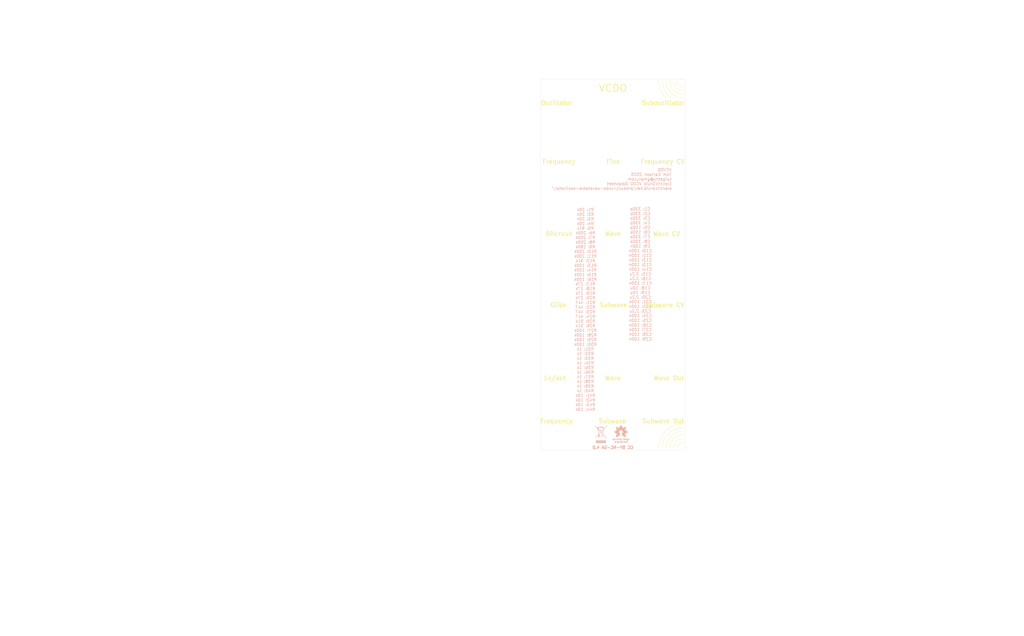
<source format=kicad_pcb>
(kicad_pcb (version 20171130) (host pcbnew "(5.1.4)-1")

  (general
    (thickness 1.6)
    (drawings 38)
    (tracks 0)
    (zones 0)
    (modules 24)
    (nets 2)
  )

  (page A4)
  (layers
    (0 F.Cu signal)
    (31 B.Cu signal)
    (32 B.Adhes user)
    (33 F.Adhes user)
    (34 B.Paste user)
    (35 F.Paste user)
    (36 B.SilkS user)
    (37 F.SilkS user)
    (38 B.Mask user)
    (39 F.Mask user)
    (40 Dwgs.User user)
    (41 Cmts.User user)
    (42 Eco1.User user)
    (43 Eco2.User user)
    (44 Edge.Cuts user)
    (45 Margin user)
    (46 B.CrtYd user)
    (47 F.CrtYd user)
    (48 B.Fab user)
    (49 F.Fab user)
  )

  (setup
    (last_trace_width 0.25)
    (trace_clearance 0.2)
    (zone_clearance 0.508)
    (zone_45_only no)
    (trace_min 0.2)
    (via_size 0.8)
    (via_drill 0.4)
    (via_min_size 0.4)
    (via_min_drill 0.3)
    (uvia_size 0.3)
    (uvia_drill 0.1)
    (uvias_allowed no)
    (uvia_min_size 0.2)
    (uvia_min_drill 0.1)
    (edge_width 0.05)
    (segment_width 0.2)
    (pcb_text_width 0.3)
    (pcb_text_size 1.5 1.5)
    (mod_edge_width 0.12)
    (mod_text_size 1 1)
    (mod_text_width 0.15)
    (pad_size 6.1 6.1)
    (pad_drill 6.1)
    (pad_to_mask_clearance 0.051)
    (solder_mask_min_width 0.25)
    (aux_axis_origin 0 0)
    (visible_elements 7FFFFFFF)
    (pcbplotparams
      (layerselection 0x010fc_ffffffff)
      (usegerberextensions false)
      (usegerberattributes false)
      (usegerberadvancedattributes false)
      (creategerberjobfile false)
      (excludeedgelayer true)
      (linewidth 0.100000)
      (plotframeref false)
      (viasonmask false)
      (mode 1)
      (useauxorigin false)
      (hpglpennumber 1)
      (hpglpenspeed 20)
      (hpglpendiameter 15.000000)
      (psnegative false)
      (psa4output false)
      (plotreference true)
      (plotvalue true)
      (plotinvisibletext false)
      (padsonsilk false)
      (subtractmaskfromsilk false)
      (outputformat 1)
      (mirror false)
      (drillshape 1)
      (scaleselection 1)
      (outputdirectory ""))
  )

  (net 0 "")
  (net 1 Earth)

  (net_class Default "This is the default net class."
    (clearance 0.2)
    (trace_width 0.25)
    (via_dia 0.8)
    (via_drill 0.4)
    (uvia_dia 0.3)
    (uvia_drill 0.1)
  )

  (net_class Power ""
    (clearance 0.2)
    (trace_width 0.5)
    (via_dia 0.8)
    (via_drill 0.4)
    (uvia_dia 0.3)
    (uvia_drill 0.1)
  )

  (module Symbol:OSHW-Logo_5.7x6mm_SilkScreen (layer B.Cu) (tedit 0) (tstamp 600CA762)
    (at 177.038 156.21 180)
    (descr "Open Source Hardware Logo")
    (tags "Logo OSHW")
    (path /600400DA)
    (attr virtual)
    (fp_text reference J27 (at 0 0) (layer B.SilkS) hide
      (effects (font (size 1 1) (thickness 0.15)) (justify mirror))
    )
    (fp_text value OSHW (at 0.75 0) (layer B.Fab) hide
      (effects (font (size 1 1) (thickness 0.15)) (justify mirror))
    )
    (fp_poly (pts (xy -1.908759 -1.469184) (xy -1.882247 -1.482282) (xy -1.849553 -1.505106) (xy -1.825725 -1.529996)
      (xy -1.809406 -1.561249) (xy -1.79924 -1.603166) (xy -1.793872 -1.660044) (xy -1.791944 -1.736184)
      (xy -1.791831 -1.768917) (xy -1.792161 -1.840656) (xy -1.793527 -1.891927) (xy -1.7965 -1.927404)
      (xy -1.801649 -1.951763) (xy -1.809543 -1.96968) (xy -1.817757 -1.981902) (xy -1.870187 -2.033905)
      (xy -1.93193 -2.065184) (xy -1.998536 -2.074592) (xy -2.065558 -2.06098) (xy -2.086792 -2.051354)
      (xy -2.137624 -2.024859) (xy -2.137624 -2.440052) (xy -2.100525 -2.420868) (xy -2.051643 -2.406025)
      (xy -1.991561 -2.402222) (xy -1.931564 -2.409243) (xy -1.886256 -2.425013) (xy -1.848675 -2.455047)
      (xy -1.816564 -2.498024) (xy -1.81415 -2.502436) (xy -1.803967 -2.523221) (xy -1.79653 -2.54417)
      (xy -1.791411 -2.569548) (xy -1.788181 -2.603618) (xy -1.786413 -2.650641) (xy -1.785677 -2.714882)
      (xy -1.785544 -2.787176) (xy -1.785544 -3.017822) (xy -1.923861 -3.017822) (xy -1.923861 -2.592533)
      (xy -1.962549 -2.559979) (xy -2.002738 -2.53394) (xy -2.040797 -2.529205) (xy -2.079066 -2.541389)
      (xy -2.099462 -2.55332) (xy -2.114642 -2.570313) (xy -2.125438 -2.595995) (xy -2.132683 -2.633991)
      (xy -2.137208 -2.687926) (xy -2.139844 -2.761425) (xy -2.140772 -2.810347) (xy -2.143911 -3.011535)
      (xy -2.209926 -3.015336) (xy -2.27594 -3.019136) (xy -2.27594 -1.77065) (xy -2.137624 -1.77065)
      (xy -2.134097 -1.840254) (xy -2.122215 -1.888569) (xy -2.10002 -1.918631) (xy -2.065559 -1.933471)
      (xy -2.030742 -1.936436) (xy -1.991329 -1.933028) (xy -1.965171 -1.919617) (xy -1.948814 -1.901896)
      (xy -1.935937 -1.882835) (xy -1.928272 -1.861601) (xy -1.924861 -1.831849) (xy -1.924749 -1.787236)
      (xy -1.925897 -1.74988) (xy -1.928532 -1.693604) (xy -1.932456 -1.656658) (xy -1.939063 -1.633223)
      (xy -1.949749 -1.61748) (xy -1.959833 -1.60838) (xy -2.00197 -1.588537) (xy -2.05184 -1.585332)
      (xy -2.080476 -1.592168) (xy -2.108828 -1.616464) (xy -2.127609 -1.663728) (xy -2.136712 -1.733624)
      (xy -2.137624 -1.77065) (xy -2.27594 -1.77065) (xy -2.27594 -1.458614) (xy -2.206782 -1.458614)
      (xy -2.16526 -1.460256) (xy -2.143838 -1.466087) (xy -2.137626 -1.477461) (xy -2.137624 -1.477798)
      (xy -2.134742 -1.488938) (xy -2.12203 -1.487673) (xy -2.096757 -1.475433) (xy -2.037869 -1.456707)
      (xy -1.971615 -1.454739) (xy -1.908759 -1.469184)) (layer B.SilkS) (width 0.01))
    (fp_poly (pts (xy -1.38421 -2.406555) (xy -1.325055 -2.422339) (xy -1.280023 -2.450948) (xy -1.248246 -2.488419)
      (xy -1.238366 -2.504411) (xy -1.231073 -2.521163) (xy -1.225974 -2.542592) (xy -1.222679 -2.572616)
      (xy -1.220797 -2.615154) (xy -1.219937 -2.674122) (xy -1.219707 -2.75344) (xy -1.219703 -2.774484)
      (xy -1.219703 -3.017822) (xy -1.280059 -3.017822) (xy -1.318557 -3.015126) (xy -1.347023 -3.008295)
      (xy -1.354155 -3.004083) (xy -1.373652 -2.996813) (xy -1.393566 -3.004083) (xy -1.426353 -3.01316)
      (xy -1.473978 -3.016813) (xy -1.526764 -3.015228) (xy -1.575036 -3.008589) (xy -1.603218 -3.000072)
      (xy -1.657753 -2.965063) (xy -1.691835 -2.916479) (xy -1.707157 -2.851882) (xy -1.707299 -2.850223)
      (xy -1.705955 -2.821566) (xy -1.584356 -2.821566) (xy -1.573726 -2.854161) (xy -1.55641 -2.872505)
      (xy -1.521652 -2.886379) (xy -1.475773 -2.891917) (xy -1.428988 -2.889191) (xy -1.391514 -2.878274)
      (xy -1.381015 -2.871269) (xy -1.362668 -2.838904) (xy -1.35802 -2.802111) (xy -1.35802 -2.753763)
      (xy -1.427582 -2.753763) (xy -1.493667 -2.75885) (xy -1.543764 -2.773263) (xy -1.574929 -2.795729)
      (xy -1.584356 -2.821566) (xy -1.705955 -2.821566) (xy -1.703987 -2.779647) (xy -1.68071 -2.723845)
      (xy -1.636948 -2.681647) (xy -1.630899 -2.677808) (xy -1.604907 -2.665309) (xy -1.572735 -2.65774)
      (xy -1.52776 -2.654061) (xy -1.474331 -2.653216) (xy -1.35802 -2.653169) (xy -1.35802 -2.604411)
      (xy -1.362953 -2.566581) (xy -1.375543 -2.541236) (xy -1.377017 -2.539887) (xy -1.405034 -2.5288)
      (xy -1.447326 -2.524503) (xy -1.494064 -2.526615) (xy -1.535418 -2.534756) (xy -1.559957 -2.546965)
      (xy -1.573253 -2.556746) (xy -1.587294 -2.558613) (xy -1.606671 -2.5506) (xy -1.635976 -2.530739)
      (xy -1.679803 -2.497063) (xy -1.683825 -2.493909) (xy -1.681764 -2.482236) (xy -1.664568 -2.462822)
      (xy -1.638433 -2.441248) (xy -1.609552 -2.423096) (xy -1.600478 -2.418809) (xy -1.56738 -2.410256)
      (xy -1.51888 -2.404155) (xy -1.464695 -2.401708) (xy -1.462161 -2.401703) (xy -1.38421 -2.406555)) (layer B.SilkS) (width 0.01))
    (fp_poly (pts (xy -0.993356 -2.40302) (xy -0.974539 -2.40866) (xy -0.968473 -2.421053) (xy -0.968218 -2.426647)
      (xy -0.967129 -2.44223) (xy -0.959632 -2.444676) (xy -0.939381 -2.433993) (xy -0.927351 -2.426694)
      (xy -0.8894 -2.411063) (xy -0.844072 -2.403334) (xy -0.796544 -2.40274) (xy -0.751995 -2.408513)
      (xy -0.715602 -2.419884) (xy -0.692543 -2.436088) (xy -0.687996 -2.456355) (xy -0.690291 -2.461843)
      (xy -0.70702 -2.484626) (xy -0.732963 -2.512647) (xy -0.737655 -2.517177) (xy -0.762383 -2.538005)
      (xy -0.783718 -2.544735) (xy -0.813555 -2.540038) (xy -0.825508 -2.536917) (xy -0.862705 -2.529421)
      (xy -0.888859 -2.532792) (xy -0.910946 -2.544681) (xy -0.931178 -2.560635) (xy -0.946079 -2.5807)
      (xy -0.956434 -2.608702) (xy -0.963029 -2.648467) (xy -0.966649 -2.703823) (xy -0.968078 -2.778594)
      (xy -0.968218 -2.82374) (xy -0.968218 -3.017822) (xy -1.09396 -3.017822) (xy -1.09396 -2.401683)
      (xy -1.031089 -2.401683) (xy -0.993356 -2.40302)) (layer B.SilkS) (width 0.01))
    (fp_poly (pts (xy -0.201188 -3.017822) (xy -0.270346 -3.017822) (xy -0.310488 -3.016645) (xy -0.331394 -3.011772)
      (xy -0.338922 -3.001186) (xy -0.339505 -2.994029) (xy -0.340774 -2.979676) (xy -0.348779 -2.976923)
      (xy -0.369815 -2.985771) (xy -0.386173 -2.994029) (xy -0.448977 -3.013597) (xy -0.517248 -3.014729)
      (xy -0.572752 -3.000135) (xy -0.624438 -2.964877) (xy -0.663838 -2.912835) (xy -0.685413 -2.85145)
      (xy -0.685962 -2.848018) (xy -0.689167 -2.810571) (xy -0.690761 -2.756813) (xy -0.690633 -2.716155)
      (xy -0.553279 -2.716155) (xy -0.550097 -2.770194) (xy -0.542859 -2.814735) (xy -0.53306 -2.839888)
      (xy -0.495989 -2.87426) (xy -0.451974 -2.886582) (xy -0.406584 -2.876618) (xy -0.367797 -2.846895)
      (xy -0.353108 -2.826905) (xy -0.344519 -2.80305) (xy -0.340496 -2.76823) (xy -0.339505 -2.71593)
      (xy -0.341278 -2.664139) (xy -0.345963 -2.618634) (xy -0.352603 -2.588181) (xy -0.35371 -2.585452)
      (xy -0.380491 -2.553) (xy -0.419579 -2.535183) (xy -0.463315 -2.532306) (xy -0.504038 -2.544674)
      (xy -0.534087 -2.572593) (xy -0.537204 -2.578148) (xy -0.546961 -2.612022) (xy -0.552277 -2.660728)
      (xy -0.553279 -2.716155) (xy -0.690633 -2.716155) (xy -0.690568 -2.69554) (xy -0.689664 -2.662563)
      (xy -0.683514 -2.580981) (xy -0.670733 -2.51973) (xy -0.649471 -2.474449) (xy -0.617878 -2.440779)
      (xy -0.587207 -2.421014) (xy -0.544354 -2.40712) (xy -0.491056 -2.402354) (xy -0.43648 -2.406236)
      (xy -0.389792 -2.418282) (xy -0.365124 -2.432693) (xy -0.339505 -2.455878) (xy -0.339505 -2.162773)
      (xy -0.201188 -2.162773) (xy -0.201188 -3.017822)) (layer B.SilkS) (width 0.01))
    (fp_poly (pts (xy 0.281524 -2.404237) (xy 0.331255 -2.407971) (xy 0.461291 -2.797773) (xy 0.481678 -2.728614)
      (xy 0.493946 -2.685874) (xy 0.510085 -2.628115) (xy 0.527512 -2.564625) (xy 0.536726 -2.53057)
      (xy 0.571388 -2.401683) (xy 0.714391 -2.401683) (xy 0.671646 -2.536857) (xy 0.650596 -2.603342)
      (xy 0.625167 -2.683539) (xy 0.59861 -2.767193) (xy 0.574902 -2.841782) (xy 0.520902 -3.011535)
      (xy 0.462598 -3.015328) (xy 0.404295 -3.019122) (xy 0.372679 -2.914734) (xy 0.353182 -2.849889)
      (xy 0.331904 -2.7784) (xy 0.313308 -2.715263) (xy 0.312574 -2.71275) (xy 0.298684 -2.669969)
      (xy 0.286429 -2.640779) (xy 0.277846 -2.629741) (xy 0.276082 -2.631018) (xy 0.269891 -2.64813)
      (xy 0.258128 -2.684787) (xy 0.242225 -2.736378) (xy 0.223614 -2.798294) (xy 0.213543 -2.832352)
      (xy 0.159007 -3.017822) (xy 0.043264 -3.017822) (xy -0.049263 -2.725471) (xy -0.075256 -2.643462)
      (xy -0.098934 -2.568987) (xy -0.11918 -2.505544) (xy -0.134874 -2.456632) (xy -0.144898 -2.425749)
      (xy -0.147945 -2.416726) (xy -0.145533 -2.407487) (xy -0.126592 -2.403441) (xy -0.087177 -2.403846)
      (xy -0.081007 -2.404152) (xy -0.007914 -2.407971) (xy 0.039957 -2.58401) (xy 0.057553 -2.648211)
      (xy 0.073277 -2.704649) (xy 0.085746 -2.748422) (xy 0.093574 -2.77463) (xy 0.09502 -2.778903)
      (xy 0.101014 -2.77399) (xy 0.113101 -2.748532) (xy 0.129893 -2.705997) (xy 0.150003 -2.64985)
      (xy 0.167003 -2.59913) (xy 0.231794 -2.400504) (xy 0.281524 -2.404237)) (layer B.SilkS) (width 0.01))
    (fp_poly (pts (xy 1.038411 -2.405417) (xy 1.091411 -2.41829) (xy 1.106731 -2.42511) (xy 1.136428 -2.442974)
      (xy 1.15922 -2.463093) (xy 1.176083 -2.488962) (xy 1.187998 -2.524073) (xy 1.195942 -2.57192)
      (xy 1.200894 -2.635996) (xy 1.203831 -2.719794) (xy 1.204947 -2.775768) (xy 1.209052 -3.017822)
      (xy 1.138932 -3.017822) (xy 1.096393 -3.016038) (xy 1.074476 -3.009942) (xy 1.068812 -2.999706)
      (xy 1.065821 -2.988637) (xy 1.052451 -2.990754) (xy 1.034233 -2.999629) (xy 0.988624 -3.013233)
      (xy 0.930007 -3.016899) (xy 0.868354 -3.010903) (xy 0.813638 -2.995521) (xy 0.80873 -2.993386)
      (xy 0.758723 -2.958255) (xy 0.725756 -2.909419) (xy 0.710587 -2.852333) (xy 0.711746 -2.831824)
      (xy 0.835508 -2.831824) (xy 0.846413 -2.859425) (xy 0.878745 -2.879204) (xy 0.93091 -2.889819)
      (xy 0.958787 -2.891228) (xy 1.005247 -2.88762) (xy 1.036129 -2.873597) (xy 1.043664 -2.866931)
      (xy 1.064076 -2.830666) (xy 1.068812 -2.797773) (xy 1.068812 -2.753763) (xy 1.007513 -2.753763)
      (xy 0.936256 -2.757395) (xy 0.886276 -2.768818) (xy 0.854696 -2.788824) (xy 0.847626 -2.797743)
      (xy 0.835508 -2.831824) (xy 0.711746 -2.831824) (xy 0.713971 -2.792456) (xy 0.736663 -2.735244)
      (xy 0.767624 -2.69658) (xy 0.786376 -2.679864) (xy 0.804733 -2.668878) (xy 0.828619 -2.66218)
      (xy 0.863957 -2.658326) (xy 0.916669 -2.655873) (xy 0.937577 -2.655168) (xy 1.068812 -2.650879)
      (xy 1.06862 -2.611158) (xy 1.063537 -2.569405) (xy 1.045162 -2.544158) (xy 1.008039 -2.52803)
      (xy 1.007043 -2.527742) (xy 0.95441 -2.5214) (xy 0.902906 -2.529684) (xy 0.86463 -2.549827)
      (xy 0.849272 -2.559773) (xy 0.83273 -2.558397) (xy 0.807275 -2.543987) (xy 0.792328 -2.533817)
      (xy 0.763091 -2.512088) (xy 0.74498 -2.4958) (xy 0.742074 -2.491137) (xy 0.75404 -2.467005)
      (xy 0.789396 -2.438185) (xy 0.804753 -2.428461) (xy 0.848901 -2.411714) (xy 0.908398 -2.402227)
      (xy 0.974487 -2.400095) (xy 1.038411 -2.405417)) (layer B.SilkS) (width 0.01))
    (fp_poly (pts (xy 1.635255 -2.401486) (xy 1.683595 -2.411015) (xy 1.711114 -2.425125) (xy 1.740064 -2.448568)
      (xy 1.698876 -2.500571) (xy 1.673482 -2.532064) (xy 1.656238 -2.547428) (xy 1.639102 -2.549776)
      (xy 1.614027 -2.542217) (xy 1.602257 -2.537941) (xy 1.55427 -2.531631) (xy 1.510324 -2.545156)
      (xy 1.47806 -2.57571) (xy 1.472819 -2.585452) (xy 1.467112 -2.611258) (xy 1.462706 -2.658817)
      (xy 1.459811 -2.724758) (xy 1.458631 -2.80571) (xy 1.458614 -2.817226) (xy 1.458614 -3.017822)
      (xy 1.320297 -3.017822) (xy 1.320297 -2.401683) (xy 1.389456 -2.401683) (xy 1.429333 -2.402725)
      (xy 1.450107 -2.407358) (xy 1.457789 -2.417849) (xy 1.458614 -2.427745) (xy 1.458614 -2.453806)
      (xy 1.491745 -2.427745) (xy 1.529735 -2.409965) (xy 1.58077 -2.401174) (xy 1.635255 -2.401486)) (layer B.SilkS) (width 0.01))
    (fp_poly (pts (xy 2.032581 -2.40497) (xy 2.092685 -2.420597) (xy 2.143021 -2.452848) (xy 2.167393 -2.47694)
      (xy 2.207345 -2.533895) (xy 2.230242 -2.599965) (xy 2.238108 -2.681182) (xy 2.238148 -2.687748)
      (xy 2.238218 -2.753763) (xy 1.858264 -2.753763) (xy 1.866363 -2.788342) (xy 1.880987 -2.819659)
      (xy 1.906581 -2.852291) (xy 1.911935 -2.8575) (xy 1.957943 -2.885694) (xy 2.01041 -2.890475)
      (xy 2.070803 -2.871926) (xy 2.08104 -2.866931) (xy 2.112439 -2.851745) (xy 2.13347 -2.843094)
      (xy 2.137139 -2.842293) (xy 2.149948 -2.850063) (xy 2.174378 -2.869072) (xy 2.186779 -2.87946)
      (xy 2.212476 -2.903321) (xy 2.220915 -2.919077) (xy 2.215058 -2.933571) (xy 2.211928 -2.937534)
      (xy 2.190725 -2.954879) (xy 2.155738 -2.975959) (xy 2.131337 -2.988265) (xy 2.062072 -3.009946)
      (xy 1.985388 -3.016971) (xy 1.912765 -3.008647) (xy 1.892426 -3.002686) (xy 1.829476 -2.968952)
      (xy 1.782815 -2.917045) (xy 1.752173 -2.846459) (xy 1.737282 -2.756692) (xy 1.735647 -2.709753)
      (xy 1.740421 -2.641413) (xy 1.86099 -2.641413) (xy 1.872652 -2.646465) (xy 1.903998 -2.650429)
      (xy 1.949571 -2.652768) (xy 1.980446 -2.653169) (xy 2.035981 -2.652783) (xy 2.071033 -2.650975)
      (xy 2.090262 -2.646773) (xy 2.09833 -2.639203) (xy 2.099901 -2.628218) (xy 2.089121 -2.594381)
      (xy 2.06198 -2.56094) (xy 2.026277 -2.535272) (xy 1.99056 -2.524772) (xy 1.942048 -2.534086)
      (xy 1.900053 -2.561013) (xy 1.870936 -2.599827) (xy 1.86099 -2.641413) (xy 1.740421 -2.641413)
      (xy 1.742599 -2.610236) (xy 1.764055 -2.530949) (xy 1.80047 -2.471263) (xy 1.852297 -2.430549)
      (xy 1.91999 -2.408179) (xy 1.956662 -2.403871) (xy 2.032581 -2.40497)) (layer B.SilkS) (width 0.01))
    (fp_poly (pts (xy -2.538261 -1.465148) (xy -2.472479 -1.494231) (xy -2.42254 -1.542793) (xy -2.388374 -1.610908)
      (xy -2.369907 -1.698651) (xy -2.368583 -1.712351) (xy -2.367546 -1.808939) (xy -2.380993 -1.893602)
      (xy -2.408108 -1.962221) (xy -2.422627 -1.984294) (xy -2.473201 -2.031011) (xy -2.537609 -2.061268)
      (xy -2.609666 -2.073824) (xy -2.683185 -2.067439) (xy -2.739072 -2.047772) (xy -2.787132 -2.014629)
      (xy -2.826412 -1.971175) (xy -2.827092 -1.970158) (xy -2.843044 -1.943338) (xy -2.85341 -1.916368)
      (xy -2.859688 -1.882332) (xy -2.863373 -1.83431) (xy -2.864997 -1.794931) (xy -2.865672 -1.759219)
      (xy -2.739955 -1.759219) (xy -2.738726 -1.79477) (xy -2.734266 -1.842094) (xy -2.726397 -1.872465)
      (xy -2.712207 -1.894072) (xy -2.698917 -1.906694) (xy -2.651802 -1.933122) (xy -2.602505 -1.936653)
      (xy -2.556593 -1.917639) (xy -2.533638 -1.896331) (xy -2.517096 -1.874859) (xy -2.507421 -1.854313)
      (xy -2.503174 -1.827574) (xy -2.50292 -1.787523) (xy -2.504228 -1.750638) (xy -2.507043 -1.697947)
      (xy -2.511505 -1.663772) (xy -2.519548 -1.64148) (xy -2.533103 -1.624442) (xy -2.543845 -1.614703)
      (xy -2.588777 -1.589123) (xy -2.637249 -1.587847) (xy -2.677894 -1.602999) (xy -2.712567 -1.634642)
      (xy -2.733224 -1.68662) (xy -2.739955 -1.759219) (xy -2.865672 -1.759219) (xy -2.866479 -1.716621)
      (xy -2.863948 -1.658056) (xy -2.856362 -1.614007) (xy -2.842681 -1.579248) (xy -2.821865 -1.548551)
      (xy -2.814147 -1.539436) (xy -2.765889 -1.494021) (xy -2.714128 -1.467493) (xy -2.650828 -1.456379)
      (xy -2.619961 -1.455471) (xy -2.538261 -1.465148)) (layer B.SilkS) (width 0.01))
    (fp_poly (pts (xy -1.356699 -1.472614) (xy -1.344168 -1.478514) (xy -1.300799 -1.510283) (xy -1.25979 -1.556646)
      (xy -1.229168 -1.607696) (xy -1.220459 -1.631166) (xy -1.212512 -1.673091) (xy -1.207774 -1.723757)
      (xy -1.207199 -1.744679) (xy -1.207129 -1.810693) (xy -1.587083 -1.810693) (xy -1.578983 -1.845273)
      (xy -1.559104 -1.88617) (xy -1.524347 -1.921514) (xy -1.482998 -1.944282) (xy -1.456649 -1.94901)
      (xy -1.420916 -1.943273) (xy -1.378282 -1.928882) (xy -1.363799 -1.922262) (xy -1.31024 -1.895513)
      (xy -1.264533 -1.930376) (xy -1.238158 -1.953955) (xy -1.224124 -1.973417) (xy -1.223414 -1.979129)
      (xy -1.235951 -1.992973) (xy -1.263428 -2.014012) (xy -1.288366 -2.030425) (xy -1.355664 -2.05993)
      (xy -1.43111 -2.073284) (xy -1.505888 -2.069812) (xy -1.565495 -2.051663) (xy -1.626941 -2.012784)
      (xy -1.670608 -1.961595) (xy -1.697926 -1.895367) (xy -1.710322 -1.811371) (xy -1.711421 -1.772936)
      (xy -1.707022 -1.684861) (xy -1.706482 -1.682299) (xy -1.580582 -1.682299) (xy -1.577115 -1.690558)
      (xy -1.562863 -1.695113) (xy -1.53347 -1.697065) (xy -1.484575 -1.697517) (xy -1.465748 -1.697525)
      (xy -1.408467 -1.696843) (xy -1.372141 -1.694364) (xy -1.352604 -1.689443) (xy -1.34569 -1.681434)
      (xy -1.345445 -1.678862) (xy -1.353336 -1.658423) (xy -1.373085 -1.629789) (xy -1.381575 -1.619763)
      (xy -1.413094 -1.591408) (xy -1.445949 -1.580259) (xy -1.463651 -1.579327) (xy -1.511539 -1.590981)
      (xy -1.551699 -1.622285) (xy -1.577173 -1.667752) (xy -1.577625 -1.669233) (xy -1.580582 -1.682299)
      (xy -1.706482 -1.682299) (xy -1.692392 -1.61551) (xy -1.666038 -1.560025) (xy -1.633807 -1.520639)
      (xy -1.574217 -1.477931) (xy -1.504168 -1.455109) (xy -1.429661 -1.453046) (xy -1.356699 -1.472614)) (layer B.SilkS) (width 0.01))
    (fp_poly (pts (xy 0.014017 -1.456452) (xy 0.061634 -1.465482) (xy 0.111034 -1.48437) (xy 0.116312 -1.486777)
      (xy 0.153774 -1.506476) (xy 0.179717 -1.524781) (xy 0.188103 -1.536508) (xy 0.180117 -1.555632)
      (xy 0.16072 -1.58385) (xy 0.15211 -1.594384) (xy 0.116628 -1.635847) (xy 0.070885 -1.608858)
      (xy 0.02735 -1.590878) (xy -0.02295 -1.581267) (xy -0.071188 -1.58066) (xy -0.108533 -1.589691)
      (xy -0.117495 -1.595327) (xy -0.134563 -1.621171) (xy -0.136637 -1.650941) (xy -0.123866 -1.674197)
      (xy -0.116312 -1.678708) (xy -0.093675 -1.684309) (xy -0.053885 -1.690892) (xy -0.004834 -1.697183)
      (xy 0.004215 -1.69817) (xy 0.082996 -1.711798) (xy 0.140136 -1.734946) (xy 0.17803 -1.769752)
      (xy 0.199079 -1.818354) (xy 0.205635 -1.877718) (xy 0.196577 -1.945198) (xy 0.167164 -1.998188)
      (xy 0.117278 -2.036783) (xy 0.0468 -2.061081) (xy -0.031435 -2.070667) (xy -0.095234 -2.070552)
      (xy -0.146984 -2.061845) (xy -0.182327 -2.049825) (xy -0.226983 -2.02888) (xy -0.268253 -2.004574)
      (xy -0.282921 -1.993876) (xy -0.320643 -1.963084) (xy -0.275148 -1.917049) (xy -0.229653 -1.871013)
      (xy -0.177928 -1.905243) (xy -0.126048 -1.930952) (xy -0.070649 -1.944399) (xy -0.017395 -1.945818)
      (xy 0.028049 -1.935443) (xy 0.060016 -1.913507) (xy 0.070338 -1.894998) (xy 0.068789 -1.865314)
      (xy 0.04314 -1.842615) (xy -0.00654 -1.82694) (xy -0.060969 -1.819695) (xy -0.144736 -1.805873)
      (xy -0.206967 -1.779796) (xy -0.248493 -1.740699) (xy -0.270147 -1.68782) (xy -0.273147 -1.625126)
      (xy -0.258329 -1.559642) (xy -0.224546 -1.510144) (xy -0.171495 -1.476408) (xy -0.098874 -1.458207)
      (xy -0.045072 -1.454639) (xy 0.014017 -1.456452)) (layer B.SilkS) (width 0.01))
    (fp_poly (pts (xy 0.610762 -1.466055) (xy 0.674363 -1.500692) (xy 0.724123 -1.555372) (xy 0.747568 -1.599842)
      (xy 0.757634 -1.639121) (xy 0.764156 -1.695116) (xy 0.766951 -1.759621) (xy 0.765836 -1.824429)
      (xy 0.760626 -1.881334) (xy 0.754541 -1.911727) (xy 0.734014 -1.953306) (xy 0.698463 -1.997468)
      (xy 0.655619 -2.036087) (xy 0.613211 -2.061034) (xy 0.612177 -2.06143) (xy 0.559553 -2.072331)
      (xy 0.497188 -2.072601) (xy 0.437924 -2.062676) (xy 0.41504 -2.054722) (xy 0.356102 -2.0213)
      (xy 0.31389 -1.977511) (xy 0.286156 -1.919538) (xy 0.270651 -1.843565) (xy 0.267143 -1.803771)
      (xy 0.26759 -1.753766) (xy 0.402376 -1.753766) (xy 0.406917 -1.826732) (xy 0.419986 -1.882334)
      (xy 0.440756 -1.917861) (xy 0.455552 -1.92802) (xy 0.493464 -1.935104) (xy 0.538527 -1.933007)
      (xy 0.577487 -1.922812) (xy 0.587704 -1.917204) (xy 0.614659 -1.884538) (xy 0.632451 -1.834545)
      (xy 0.640024 -1.773705) (xy 0.636325 -1.708497) (xy 0.628057 -1.669253) (xy 0.60432 -1.623805)
      (xy 0.566849 -1.595396) (xy 0.52172 -1.585573) (xy 0.475011 -1.595887) (xy 0.439132 -1.621112)
      (xy 0.420277 -1.641925) (xy 0.409272 -1.662439) (xy 0.404026 -1.690203) (xy 0.402449 -1.732762)
      (xy 0.402376 -1.753766) (xy 0.26759 -1.753766) (xy 0.268094 -1.69758) (xy 0.285388 -1.610501)
      (xy 0.319029 -1.54253) (xy 0.369018 -1.493664) (xy 0.435356 -1.463899) (xy 0.449601 -1.460448)
      (xy 0.53521 -1.452345) (xy 0.610762 -1.466055)) (layer B.SilkS) (width 0.01))
    (fp_poly (pts (xy 0.993367 -1.654342) (xy 0.994555 -1.746563) (xy 0.998897 -1.81661) (xy 1.007558 -1.867381)
      (xy 1.021704 -1.901772) (xy 1.0425 -1.922679) (xy 1.07111 -1.933) (xy 1.106535 -1.935636)
      (xy 1.143636 -1.932682) (xy 1.171818 -1.921889) (xy 1.192243 -1.90036) (xy 1.206079 -1.865199)
      (xy 1.214491 -1.81351) (xy 1.218643 -1.742394) (xy 1.219703 -1.654342) (xy 1.219703 -1.458614)
      (xy 1.35802 -1.458614) (xy 1.35802 -2.062179) (xy 1.288862 -2.062179) (xy 1.24717 -2.060489)
      (xy 1.225701 -2.054556) (xy 1.219703 -2.043293) (xy 1.216091 -2.033261) (xy 1.201714 -2.035383)
      (xy 1.172736 -2.04958) (xy 1.106319 -2.07148) (xy 1.035875 -2.069928) (xy 0.968377 -2.046147)
      (xy 0.936233 -2.027362) (xy 0.911715 -2.007022) (xy 0.893804 -1.981573) (xy 0.881479 -1.947458)
      (xy 0.873723 -1.901121) (xy 0.869516 -1.839007) (xy 0.86784 -1.757561) (xy 0.867624 -1.694578)
      (xy 0.867624 -1.458614) (xy 0.993367 -1.458614) (xy 0.993367 -1.654342)) (layer B.SilkS) (width 0.01))
    (fp_poly (pts (xy 2.217226 -1.46388) (xy 2.29008 -1.49483) (xy 2.313027 -1.509895) (xy 2.342354 -1.533048)
      (xy 2.360764 -1.551253) (xy 2.363961 -1.557183) (xy 2.354935 -1.57034) (xy 2.331837 -1.592667)
      (xy 2.313344 -1.60825) (xy 2.262728 -1.648926) (xy 2.22276 -1.615295) (xy 2.191874 -1.593584)
      (xy 2.161759 -1.58609) (xy 2.127292 -1.58792) (xy 2.072561 -1.601528) (xy 2.034886 -1.629772)
      (xy 2.011991 -1.675433) (xy 2.001597 -1.741289) (xy 2.001595 -1.741331) (xy 2.002494 -1.814939)
      (xy 2.016463 -1.868946) (xy 2.044328 -1.905716) (xy 2.063325 -1.918168) (xy 2.113776 -1.933673)
      (xy 2.167663 -1.933683) (xy 2.214546 -1.918638) (xy 2.225644 -1.911287) (xy 2.253476 -1.892511)
      (xy 2.275236 -1.889434) (xy 2.298704 -1.903409) (xy 2.324649 -1.92851) (xy 2.365716 -1.97088)
      (xy 2.320121 -2.008464) (xy 2.249674 -2.050882) (xy 2.170233 -2.071785) (xy 2.087215 -2.070272)
      (xy 2.032694 -2.056411) (xy 1.96897 -2.022135) (xy 1.918005 -1.968212) (xy 1.894851 -1.930149)
      (xy 1.876099 -1.875536) (xy 1.866715 -1.806369) (xy 1.866643 -1.731407) (xy 1.875824 -1.659409)
      (xy 1.894199 -1.599137) (xy 1.897093 -1.592958) (xy 1.939952 -1.532351) (xy 1.997979 -1.488224)
      (xy 2.066591 -1.461493) (xy 2.141201 -1.453073) (xy 2.217226 -1.46388)) (layer B.SilkS) (width 0.01))
    (fp_poly (pts (xy 2.677898 -1.456457) (xy 2.710096 -1.464279) (xy 2.771825 -1.492921) (xy 2.82461 -1.536667)
      (xy 2.861141 -1.589117) (xy 2.86616 -1.600893) (xy 2.873045 -1.63174) (xy 2.877864 -1.677371)
      (xy 2.879505 -1.723492) (xy 2.879505 -1.810693) (xy 2.697178 -1.810693) (xy 2.621979 -1.810978)
      (xy 2.569003 -1.812704) (xy 2.535325 -1.817181) (xy 2.51802 -1.82572) (xy 2.514163 -1.83963)
      (xy 2.520829 -1.860222) (xy 2.53277 -1.884315) (xy 2.56608 -1.924525) (xy 2.612368 -1.944558)
      (xy 2.668944 -1.943905) (xy 2.733031 -1.922101) (xy 2.788417 -1.895193) (xy 2.834375 -1.931532)
      (xy 2.880333 -1.967872) (xy 2.837096 -2.007819) (xy 2.779374 -2.045563) (xy 2.708386 -2.06832)
      (xy 2.632029 -2.074688) (xy 2.558199 -2.063268) (xy 2.546287 -2.059393) (xy 2.481399 -2.025506)
      (xy 2.43313 -1.974986) (xy 2.400465 -1.906325) (xy 2.382385 -1.818014) (xy 2.382175 -1.816121)
      (xy 2.380556 -1.719878) (xy 2.3871 -1.685542) (xy 2.514852 -1.685542) (xy 2.526584 -1.690822)
      (xy 2.558438 -1.694867) (xy 2.605397 -1.697176) (xy 2.635154 -1.697525) (xy 2.690648 -1.697306)
      (xy 2.725346 -1.695916) (xy 2.743601 -1.692251) (xy 2.749766 -1.68521) (xy 2.748195 -1.67369)
      (xy 2.746878 -1.669233) (xy 2.724382 -1.627355) (xy 2.689003 -1.593604) (xy 2.65778 -1.578773)
      (xy 2.616301 -1.579668) (xy 2.574269 -1.598164) (xy 2.539012 -1.628786) (xy 2.517854 -1.666062)
      (xy 2.514852 -1.685542) (xy 2.3871 -1.685542) (xy 2.39669 -1.635229) (xy 2.428698 -1.564191)
      (xy 2.474701 -1.508779) (xy 2.532821 -1.471009) (xy 2.60118 -1.452896) (xy 2.677898 -1.456457)) (layer B.SilkS) (width 0.01))
    (fp_poly (pts (xy -0.754012 -1.469002) (xy -0.722717 -1.48395) (xy -0.692409 -1.505541) (xy -0.669318 -1.530391)
      (xy -0.6525 -1.562087) (xy -0.641006 -1.604214) (xy -0.633891 -1.660358) (xy -0.630207 -1.734106)
      (xy -0.629008 -1.829044) (xy -0.628989 -1.838985) (xy -0.628713 -2.062179) (xy -0.76703 -2.062179)
      (xy -0.76703 -1.856418) (xy -0.767128 -1.780189) (xy -0.767809 -1.724939) (xy -0.769651 -1.686501)
      (xy -0.773233 -1.660706) (xy -0.779132 -1.643384) (xy -0.787927 -1.630368) (xy -0.80018 -1.617507)
      (xy -0.843047 -1.589873) (xy -0.889843 -1.584745) (xy -0.934424 -1.602217) (xy -0.949928 -1.615221)
      (xy -0.96131 -1.627447) (xy -0.969481 -1.64054) (xy -0.974974 -1.658615) (xy -0.97832 -1.685787)
      (xy -0.980051 -1.72617) (xy -0.980697 -1.783879) (xy -0.980792 -1.854132) (xy -0.980792 -2.062179)
      (xy -1.119109 -2.062179) (xy -1.119109 -1.458614) (xy -1.04995 -1.458614) (xy -1.008428 -1.460256)
      (xy -0.987006 -1.466087) (xy -0.980795 -1.477461) (xy -0.980792 -1.477798) (xy -0.97791 -1.488938)
      (xy -0.965199 -1.487674) (xy -0.939926 -1.475434) (xy -0.882605 -1.457424) (xy -0.817037 -1.455421)
      (xy -0.754012 -1.469002)) (layer B.SilkS) (width 0.01))
    (fp_poly (pts (xy 1.79946 -1.45803) (xy 1.842711 -1.471245) (xy 1.870558 -1.487941) (xy 1.879629 -1.501145)
      (xy 1.877132 -1.516797) (xy 1.860931 -1.541385) (xy 1.847232 -1.5588) (xy 1.818992 -1.590283)
      (xy 1.797775 -1.603529) (xy 1.779688 -1.602664) (xy 1.726035 -1.58901) (xy 1.68663 -1.58963)
      (xy 1.654632 -1.605104) (xy 1.64389 -1.614161) (xy 1.609505 -1.646027) (xy 1.609505 -2.062179)
      (xy 1.471188 -2.062179) (xy 1.471188 -1.458614) (xy 1.540347 -1.458614) (xy 1.581869 -1.460256)
      (xy 1.603291 -1.466087) (xy 1.609502 -1.477461) (xy 1.609505 -1.477798) (xy 1.612439 -1.489713)
      (xy 1.625704 -1.488159) (xy 1.644084 -1.479563) (xy 1.682046 -1.463568) (xy 1.712872 -1.453945)
      (xy 1.752536 -1.451478) (xy 1.79946 -1.45803)) (layer B.SilkS) (width 0.01))
    (fp_poly (pts (xy 0.376964 2.709982) (xy 0.433812 2.40843) (xy 0.853338 2.235488) (xy 1.104984 2.406605)
      (xy 1.175458 2.45425) (xy 1.239163 2.49679) (xy 1.293126 2.532285) (xy 1.334373 2.55879)
      (xy 1.359934 2.574364) (xy 1.366895 2.577722) (xy 1.379435 2.569086) (xy 1.406231 2.545208)
      (xy 1.44428 2.509141) (xy 1.490579 2.463933) (xy 1.542123 2.412636) (xy 1.595909 2.358299)
      (xy 1.648935 2.303972) (xy 1.698195 2.252705) (xy 1.740687 2.207549) (xy 1.773407 2.171554)
      (xy 1.793351 2.14777) (xy 1.798119 2.13981) (xy 1.791257 2.125135) (xy 1.77202 2.092986)
      (xy 1.74243 2.046508) (xy 1.70451 1.988844) (xy 1.660282 1.92314) (xy 1.634654 1.885664)
      (xy 1.587941 1.817232) (xy 1.546432 1.75548) (xy 1.51214 1.703481) (xy 1.48708 1.664308)
      (xy 1.473264 1.641035) (xy 1.471188 1.636145) (xy 1.475895 1.622245) (xy 1.488723 1.58985)
      (xy 1.507738 1.543515) (xy 1.531003 1.487794) (xy 1.556584 1.427242) (xy 1.582545 1.366414)
      (xy 1.60695 1.309864) (xy 1.627863 1.262148) (xy 1.643349 1.227819) (xy 1.651472 1.211432)
      (xy 1.651952 1.210788) (xy 1.664707 1.207659) (xy 1.698677 1.200679) (xy 1.75034 1.190533)
      (xy 1.816176 1.177908) (xy 1.892664 1.163491) (xy 1.93729 1.155177) (xy 2.019021 1.139616)
      (xy 2.092843 1.124808) (xy 2.155021 1.111564) (xy 2.201822 1.100695) (xy 2.229509 1.093011)
      (xy 2.235074 1.090573) (xy 2.240526 1.07407) (xy 2.244924 1.0368) (xy 2.248272 0.98312)
      (xy 2.250574 0.917388) (xy 2.251832 0.843963) (xy 2.252048 0.767204) (xy 2.251227 0.691468)
      (xy 2.249371 0.621114) (xy 2.246482 0.5605) (xy 2.242565 0.513984) (xy 2.237622 0.485925)
      (xy 2.234657 0.480084) (xy 2.216934 0.473083) (xy 2.179381 0.463073) (xy 2.126964 0.451231)
      (xy 2.064652 0.438733) (xy 2.0429 0.43469) (xy 1.938024 0.41548) (xy 1.85518 0.400009)
      (xy 1.79163 0.387663) (xy 1.744637 0.377827) (xy 1.711463 0.369886) (xy 1.689371 0.363224)
      (xy 1.675624 0.357227) (xy 1.667484 0.351281) (xy 1.666345 0.350106) (xy 1.654977 0.331174)
      (xy 1.637635 0.294331) (xy 1.61605 0.244087) (xy 1.591954 0.184954) (xy 1.567079 0.121444)
      (xy 1.543157 0.058068) (xy 1.521919 -0.000662) (xy 1.505097 -0.050235) (xy 1.494422 -0.086139)
      (xy 1.491627 -0.103862) (xy 1.49186 -0.104483) (xy 1.501331 -0.11897) (xy 1.522818 -0.150844)
      (xy 1.554063 -0.196789) (xy 1.592807 -0.253485) (xy 1.636793 -0.317617) (xy 1.649319 -0.335842)
      (xy 1.693984 -0.401914) (xy 1.733288 -0.4622) (xy 1.765088 -0.513235) (xy 1.787245 -0.55156)
      (xy 1.797617 -0.573711) (xy 1.798119 -0.576432) (xy 1.789405 -0.590736) (xy 1.765325 -0.619072)
      (xy 1.728976 -0.658396) (xy 1.683453 -0.705661) (xy 1.631852 -0.757823) (xy 1.577267 -0.811835)
      (xy 1.522794 -0.864653) (xy 1.471529 -0.913231) (xy 1.426567 -0.954523) (xy 1.391004 -0.985485)
      (xy 1.367935 -1.00307) (xy 1.361554 -1.005941) (xy 1.346699 -0.999178) (xy 1.316286 -0.980939)
      (xy 1.275268 -0.954297) (xy 1.243709 -0.932852) (xy 1.186525 -0.893503) (xy 1.118806 -0.847171)
      (xy 1.05088 -0.800913) (xy 1.014361 -0.776155) (xy 0.890752 -0.692547) (xy 0.786991 -0.74865)
      (xy 0.73972 -0.773228) (xy 0.699523 -0.792331) (xy 0.672326 -0.803227) (xy 0.665402 -0.804743)
      (xy 0.657077 -0.793549) (xy 0.640654 -0.761917) (xy 0.617357 -0.712765) (xy 0.588414 -0.64901)
      (xy 0.55505 -0.573571) (xy 0.518491 -0.489364) (xy 0.479964 -0.399308) (xy 0.440694 -0.306321)
      (xy 0.401908 -0.21332) (xy 0.36483 -0.123223) (xy 0.330689 -0.038948) (xy 0.300708 0.036587)
      (xy 0.276116 0.100466) (xy 0.258136 0.149769) (xy 0.247997 0.181579) (xy 0.246366 0.192504)
      (xy 0.259291 0.206439) (xy 0.287589 0.22906) (xy 0.325346 0.255667) (xy 0.328515 0.257772)
      (xy 0.4261 0.335886) (xy 0.504786 0.427018) (xy 0.563891 0.528255) (xy 0.602732 0.636682)
      (xy 0.620628 0.749386) (xy 0.616897 0.863452) (xy 0.590857 0.975966) (xy 0.541825 1.084015)
      (xy 0.5274 1.107655) (xy 0.452369 1.203113) (xy 0.36373 1.279768) (xy 0.264549 1.33722)
      (xy 0.157895 1.375071) (xy 0.046836 1.392922) (xy -0.065561 1.390375) (xy -0.176227 1.36703)
      (xy -0.282094 1.32249) (xy -0.380095 1.256355) (xy -0.41041 1.229513) (xy -0.487562 1.145488)
      (xy -0.543782 1.057034) (xy -0.582347 0.957885) (xy -0.603826 0.859697) (xy -0.609128 0.749303)
      (xy -0.591448 0.63836) (xy -0.552581 0.530619) (xy -0.494323 0.429831) (xy -0.418469 0.339744)
      (xy -0.326817 0.264108) (xy -0.314772 0.256136) (xy -0.276611 0.230026) (xy -0.247601 0.207405)
      (xy -0.233732 0.192961) (xy -0.233531 0.192504) (xy -0.236508 0.176879) (xy -0.248311 0.141418)
      (xy -0.267714 0.089038) (xy -0.293488 0.022655) (xy -0.324409 -0.054814) (xy -0.359249 -0.14045)
      (xy -0.396783 -0.231337) (xy -0.435783 -0.324559) (xy -0.475023 -0.417197) (xy -0.513276 -0.506335)
      (xy -0.549317 -0.589055) (xy -0.581917 -0.662441) (xy -0.609852 -0.723575) (xy -0.631895 -0.769541)
      (xy -0.646818 -0.797421) (xy -0.652828 -0.804743) (xy -0.671191 -0.799041) (xy -0.705552 -0.783749)
      (xy -0.749984 -0.761599) (xy -0.774417 -0.74865) (xy -0.878178 -0.692547) (xy -1.001787 -0.776155)
      (xy -1.064886 -0.818987) (xy -1.13397 -0.866122) (xy -1.198707 -0.910503) (xy -1.231134 -0.932852)
      (xy -1.276741 -0.963477) (xy -1.31536 -0.987747) (xy -1.341952 -1.002587) (xy -1.35059 -1.005724)
      (xy -1.363161 -0.997261) (xy -1.390984 -0.973636) (xy -1.431361 -0.937302) (xy -1.481595 -0.890711)
      (xy -1.538988 -0.836317) (xy -1.575286 -0.801392) (xy -1.63879 -0.738996) (xy -1.693673 -0.683188)
      (xy -1.737714 -0.636354) (xy -1.768695 -0.600882) (xy -1.784398 -0.579161) (xy -1.785905 -0.574752)
      (xy -1.778914 -0.557985) (xy -1.759594 -0.524082) (xy -1.730091 -0.476476) (xy -1.692545 -0.418599)
      (xy -1.6491 -0.353884) (xy -1.636745 -0.335842) (xy -1.591727 -0.270267) (xy -1.55134 -0.211228)
      (xy -1.51784 -0.162042) (xy -1.493486 -0.126028) (xy -1.480536 -0.106502) (xy -1.479285 -0.104483)
      (xy -1.481156 -0.088922) (xy -1.491087 -0.054709) (xy -1.507347 -0.006355) (xy -1.528205 0.051629)
      (xy -1.551927 0.11473) (xy -1.576784 0.178437) (xy -1.601042 0.238239) (xy -1.622971 0.289624)
      (xy -1.640838 0.328081) (xy -1.652913 0.349098) (xy -1.653771 0.350106) (xy -1.661154 0.356112)
      (xy -1.673625 0.362052) (xy -1.69392 0.36854) (xy -1.724778 0.376191) (xy -1.768934 0.38562)
      (xy -1.829126 0.397441) (xy -1.908093 0.412271) (xy -2.00857 0.430723) (xy -2.030325 0.43469)
      (xy -2.094802 0.447147) (xy -2.151011 0.459334) (xy -2.193987 0.470074) (xy -2.21876 0.478191)
      (xy -2.222082 0.480084) (xy -2.227556 0.496862) (xy -2.232006 0.534355) (xy -2.235428 0.588206)
      (xy -2.237819 0.654056) (xy -2.239177 0.727547) (xy -2.239499 0.80432) (xy -2.238781 0.880017)
      (xy -2.237021 0.95028) (xy -2.234216 1.01075) (xy -2.230362 1.05707) (xy -2.225457 1.084881)
      (xy -2.2225 1.090573) (xy -2.206037 1.096314) (xy -2.168551 1.105655) (xy -2.113775 1.117785)
      (xy -2.045445 1.131893) (xy -1.967294 1.14717) (xy -1.924716 1.155177) (xy -1.843929 1.170279)
      (xy -1.771887 1.18396) (xy -1.712111 1.195533) (xy -1.668121 1.204313) (xy -1.643439 1.209613)
      (xy -1.639377 1.210788) (xy -1.632511 1.224035) (xy -1.617998 1.255943) (xy -1.597771 1.301953)
      (xy -1.573766 1.357508) (xy -1.547918 1.418047) (xy -1.52216 1.479014) (xy -1.498427 1.535849)
      (xy -1.478654 1.583994) (xy -1.464776 1.61889) (xy -1.458726 1.635979) (xy -1.458614 1.636726)
      (xy -1.465472 1.650207) (xy -1.484698 1.68123) (xy -1.514272 1.726711) (xy -1.552173 1.783568)
      (xy -1.59638 1.848717) (xy -1.622079 1.886138) (xy -1.668907 1.954753) (xy -1.710499 2.017048)
      (xy -1.744825 2.069871) (xy -1.769857 2.110073) (xy -1.783565 2.1345) (xy -1.785544 2.139976)
      (xy -1.777034 2.152722) (xy -1.753507 2.179937) (xy -1.717968 2.218572) (xy -1.673423 2.265577)
      (xy -1.622877 2.317905) (xy -1.569336 2.372505) (xy -1.515805 2.42633) (xy -1.465289 2.47633)
      (xy -1.420794 2.519457) (xy -1.385325 2.552661) (xy -1.361887 2.572894) (xy -1.354046 2.577722)
      (xy -1.34128 2.570933) (xy -1.310744 2.551858) (xy -1.26541 2.522439) (xy -1.208244 2.484619)
      (xy -1.142216 2.440339) (xy -1.09241 2.406605) (xy -0.840764 2.235488) (xy -0.631001 2.321959)
      (xy -0.421237 2.40843) (xy -0.364389 2.709982) (xy -0.30754 3.011534) (xy 0.320115 3.011534)
      (xy 0.376964 2.709982)) (layer B.SilkS) (width 0.01))
  )

  (module Symbol:WEEE-Logo_4.2x6mm_SilkScreen (layer B.Cu) (tedit 0) (tstamp 600CA75D)
    (at 170.053 156.21 180)
    (descr "Waste Electrical and Electronic Equipment Directive")
    (tags "Logo WEEE")
    (path /60041A75)
    (attr virtual)
    (fp_text reference J26 (at 0 0) (layer B.SilkS) hide
      (effects (font (size 1 1) (thickness 0.15)) (justify mirror))
    )
    (fp_text value WEEE (at 0.75 0) (layer B.Fab) hide
      (effects (font (size 1 1) (thickness 0.15)) (justify mirror))
    )
    (fp_poly (pts (xy 1.747822 -3.017822) (xy -1.772971 -3.017822) (xy -1.772971 -2.150198) (xy 1.747822 -2.150198)
      (xy 1.747822 -3.017822)) (layer B.SilkS) (width 0.01))
    (fp_poly (pts (xy 2.12443 2.935152) (xy 2.123811 2.848069) (xy 1.672086 2.389109) (xy 1.220361 1.930148)
      (xy 1.220032 1.719529) (xy 1.219703 1.508911) (xy 0.94461 1.508911) (xy 0.937522 1.45547)
      (xy 0.934838 1.431112) (xy 0.930313 1.385241) (xy 0.924191 1.320595) (xy 0.916712 1.239909)
      (xy 0.908119 1.145919) (xy 0.898654 1.041363) (xy 0.888558 0.928975) (xy 0.878074 0.811493)
      (xy 0.867444 0.691652) (xy 0.856909 0.572189) (xy 0.846713 0.455841) (xy 0.837095 0.345343)
      (xy 0.8283 0.243431) (xy 0.820568 0.152842) (xy 0.814142 0.076313) (xy 0.809263 0.016579)
      (xy 0.806175 -0.023624) (xy 0.805117 -0.041559) (xy 0.805118 -0.041644) (xy 0.812827 -0.056035)
      (xy 0.835981 -0.085748) (xy 0.874895 -0.131131) (xy 0.929884 -0.192529) (xy 1.001264 -0.270288)
      (xy 1.089349 -0.364754) (xy 1.194454 -0.476272) (xy 1.316895 -0.605188) (xy 1.35131 -0.641287)
      (xy 1.897137 -1.213416) (xy 1.808881 -1.301436) (xy 1.737485 -1.223758) (xy 1.711366 -1.195686)
      (xy 1.670566 -1.152274) (xy 1.617777 -1.096366) (xy 1.555691 -1.030808) (xy 1.487 -0.958441)
      (xy 1.414396 -0.882112) (xy 1.37096 -0.836524) (xy 1.289416 -0.751119) (xy 1.223504 -0.68271)
      (xy 1.171544 -0.630053) (xy 1.131855 -0.591905) (xy 1.102757 -0.56702) (xy 1.082569 -0.554156)
      (xy 1.06961 -0.552068) (xy 1.0622 -0.559513) (xy 1.058658 -0.575246) (xy 1.057303 -0.598023)
      (xy 1.057121 -0.604239) (xy 1.047703 -0.647061) (xy 1.024497 -0.698819) (xy 0.992136 -0.751328)
      (xy 0.955252 -0.796403) (xy 0.940493 -0.810328) (xy 0.864767 -0.859047) (xy 0.776308 -0.886306)
      (xy 0.6981 -0.892773) (xy 0.609468 -0.880576) (xy 0.527612 -0.844813) (xy 0.455164 -0.786722)
      (xy 0.441797 -0.772262) (xy 0.392918 -0.716733) (xy -0.452674 -0.716733) (xy -0.452674 -0.892773)
      (xy -0.67901 -0.892773) (xy -0.67901 -0.810531) (xy -0.68185 -0.754386) (xy -0.691393 -0.715416)
      (xy -0.702991 -0.694219) (xy -0.711277 -0.679052) (xy -0.718373 -0.657062) (xy -0.724748 -0.624987)
      (xy -0.730872 -0.579569) (xy -0.737216 -0.517548) (xy -0.74425 -0.435662) (xy -0.749066 -0.374746)
      (xy -0.771161 -0.089343) (xy -1.313565 -0.638805) (xy -1.411637 -0.738228) (xy -1.505784 -0.833815)
      (xy -1.594285 -0.92381) (xy -1.67542 -1.006457) (xy -1.747469 -1.080001) (xy -1.808712 -1.142684)
      (xy -1.857427 -1.192752) (xy -1.891896 -1.228448) (xy -1.910379 -1.247995) (xy -1.940743 -1.278944)
      (xy -1.966071 -1.30053) (xy -1.979695 -1.307723) (xy -1.997095 -1.299297) (xy -2.02246 -1.278245)
      (xy -2.031058 -1.269671) (xy -2.067514 -1.23162) (xy -1.866802 -1.027658) (xy -1.815596 -0.975699)
      (xy -1.749569 -0.90882) (xy -1.671618 -0.82995) (xy -1.584638 -0.742014) (xy -1.491526 -0.647941)
      (xy -1.395179 -0.550658) (xy -1.298492 -0.453093) (xy -1.229134 -0.383145) (xy -1.123703 -0.27655)
      (xy -1.035129 -0.186307) (xy -0.962281 -0.111192) (xy -0.904023 -0.049986) (xy -0.859225 -0.001466)
      (xy -0.837021 0.023871) (xy -0.658724 0.023871) (xy -0.636401 -0.261555) (xy -0.629669 -0.345219)
      (xy -0.623157 -0.421727) (xy -0.617234 -0.487081) (xy -0.612268 -0.537281) (xy -0.608629 -0.568329)
      (xy -0.607458 -0.575273) (xy -0.600838 -0.603565) (xy 0.348636 -0.603565) (xy 0.354974 -0.524606)
      (xy 0.37411 -0.431315) (xy 0.414154 -0.348791) (xy 0.472582 -0.280038) (xy 0.546871 -0.228063)
      (xy 0.630252 -0.196863) (xy 0.657302 -0.182228) (xy 0.670844 -0.150819) (xy 0.671128 -0.149434)
      (xy 0.672753 -0.136174) (xy 0.670744 -0.122595) (xy 0.663142 -0.106181) (xy 0.647984 -0.084411)
      (xy 0.623312 -0.054767) (xy 0.587164 -0.014732) (xy 0.53758 0.038215) (xy 0.472599 0.106591)
      (xy 0.468401 0.110995) (xy 0.398507 0.184389) (xy 0.3242 0.262563) (xy 0.250586 0.340136)
      (xy 0.182771 0.411725) (xy 0.12586 0.471949) (xy 0.113168 0.485413) (xy 0.064513 0.53618)
      (xy 0.021291 0.579625) (xy -0.013395 0.612759) (xy -0.036444 0.632595) (xy -0.044182 0.636954)
      (xy -0.055722 0.62783) (xy -0.08271 0.6028) (xy -0.123021 0.563948) (xy -0.174529 0.513357)
      (xy -0.235109 0.453112) (xy -0.302636 0.385296) (xy -0.357826 0.329435) (xy -0.658724 0.023871)
      (xy -0.837021 0.023871) (xy -0.826751 0.035589) (xy -0.805471 0.062401) (xy -0.794251 0.080192)
      (xy -0.791754 0.08843) (xy -0.7927 0.10641) (xy -0.795573 0.147108) (xy -0.800187 0.208181)
      (xy -0.806358 0.287287) (xy -0.813898 0.382086) (xy -0.822621 0.490233) (xy -0.832343 0.609388)
      (xy -0.842876 0.737209) (xy -0.851365 0.839365) (xy -0.899396 1.415326) (xy -0.775805 1.415326)
      (xy -0.775273 1.402896) (xy -0.772769 1.36789) (xy -0.768496 1.312785) (xy -0.762653 1.240057)
      (xy -0.755443 1.152186) (xy -0.747066 1.051649) (xy -0.737723 0.940923) (xy -0.728758 0.835795)
      (xy -0.718602 0.716517) (xy -0.709142 0.60392) (xy -0.700596 0.500695) (xy -0.693179 0.409527)
      (xy -0.687108 0.333105) (xy -0.682601 0.274117) (xy -0.679873 0.235251) (xy -0.679116 0.220156)
      (xy -0.677935 0.210762) (xy -0.673256 0.207034) (xy -0.663276 0.210529) (xy -0.64619 0.222801)
      (xy -0.620196 0.245406) (xy -0.58349 0.2799) (xy -0.534267 0.327838) (xy -0.470726 0.390776)
      (xy -0.403305 0.458032) (xy -0.127601 0.733523) (xy -0.129533 0.735594) (xy 0.05271 0.735594)
      (xy 0.061016 0.72422) (xy 0.084267 0.697437) (xy 0.120135 0.657708) (xy 0.166287 0.607493)
      (xy 0.220394 0.549254) (xy 0.280126 0.485453) (xy 0.343152 0.418551) (xy 0.407142 0.35101)
      (xy 0.469764 0.28529) (xy 0.52869 0.223854) (xy 0.581588 0.169163) (xy 0.626128 0.123678)
      (xy 0.65998 0.089862) (xy 0.680812 0.070174) (xy 0.686494 0.066163) (xy 0.688366 0.079109)
      (xy 0.692254 0.114866) (xy 0.697943 0.171196) (xy 0.705219 0.24586) (xy 0.713869 0.33662)
      (xy 0.723678 0.441238) (xy 0.734434 0.557474) (xy 0.745921 0.683092) (xy 0.755093 0.784382)
      (xy 0.766826 0.915721) (xy 0.777665 1.039448) (xy 0.78743 1.153319) (xy 0.795937 1.255089)
      (xy 0.803005 1.342513) (xy 0.808451 1.413347) (xy 0.812092 1.465347) (xy 0.813747 1.496268)
      (xy 0.813558 1.504297) (xy 0.803666 1.497146) (xy 0.778476 1.474159) (xy 0.74019 1.437561)
      (xy 0.691011 1.389578) (xy 0.633139 1.332434) (xy 0.568778 1.268353) (xy 0.500129 1.199562)
      (xy 0.429395 1.128284) (xy 0.358778 1.056745) (xy 0.29048 0.98717) (xy 0.226704 0.921783)
      (xy 0.16965 0.862809) (xy 0.121522 0.812473) (xy 0.084522 0.773001) (xy 0.060852 0.746617)
      (xy 0.05271 0.735594) (xy -0.129533 0.735594) (xy -0.230409 0.843705) (xy -0.282768 0.899623)
      (xy -0.341535 0.962052) (xy -0.404385 1.028557) (xy -0.468995 1.096702) (xy -0.533042 1.164052)
      (xy -0.594203 1.228172) (xy -0.650153 1.286628) (xy -0.69857 1.336982) (xy -0.73713 1.376802)
      (xy -0.763509 1.40365) (xy -0.775384 1.415092) (xy -0.775805 1.415326) (xy -0.899396 1.415326)
      (xy -0.911401 1.559274) (xy -1.511938 2.190842) (xy -2.112475 2.822411) (xy -2.112034 2.910685)
      (xy -2.111592 2.99896) (xy -2.014583 2.895334) (xy -1.960291 2.837537) (xy -1.896192 2.769632)
      (xy -1.824016 2.693428) (xy -1.745492 2.610731) (xy -1.662349 2.523347) (xy -1.576319 2.433085)
      (xy -1.48913 2.34175) (xy -1.402513 2.251151) (xy -1.318197 2.163093) (xy -1.237912 2.079385)
      (xy -1.163387 2.001833) (xy -1.096354 1.932243) (xy -1.038541 1.872424) (xy -0.991679 1.824182)
      (xy -0.957496 1.789324) (xy -0.937724 1.769657) (xy -0.93339 1.765884) (xy -0.933092 1.779008)
      (xy -0.934731 1.812611) (xy -0.938023 1.86212) (xy -0.942682 1.922963) (xy -0.944682 1.947268)
      (xy -0.959577 2.125049) (xy -0.842955 2.125049) (xy -0.836934 2.096757) (xy -0.833863 2.074382)
      (xy -0.829548 2.032283) (xy -0.824488 1.975822) (xy -0.819181 1.910365) (xy -0.817344 1.886138)
      (xy -0.811927 1.816579) (xy -0.806459 1.751982) (xy -0.801488 1.698452) (xy -0.797561 1.66209)
      (xy -0.796675 1.655491) (xy -0.793334 1.641944) (xy -0.786101 1.626086) (xy -0.77344 1.606139)
      (xy -0.753811 1.580327) (xy -0.725678 1.546871) (xy -0.687502 1.503993) (xy -0.637746 1.449917)
      (xy -0.574871 1.382864) (xy -0.497341 1.301057) (xy -0.418251 1.21805) (xy -0.339564 1.135906)
      (xy -0.266112 1.059831) (xy -0.199724 0.991675) (xy -0.142227 0.933288) (xy -0.095451 0.886519)
      (xy -0.061224 0.853218) (xy -0.041373 0.835233) (xy -0.03714 0.832558) (xy -0.026003 0.842259)
      (xy 0.000029 0.867559) (xy 0.03843 0.905918) (xy 0.086672 0.9548) (xy 0.14223 1.011666)
      (xy 0.182408 1.053094) (xy 0.392169 1.27) (xy -0.226337 1.27) (xy -0.226337 1.508911)
      (xy 0.528119 1.508911) (xy 0.528119 1.402458) (xy 0.666435 1.540346) (xy 0.764553 1.63816)
      (xy 0.955643 1.63816) (xy 0.957471 1.62273) (xy 0.966723 1.614133) (xy 0.98905 1.610387)
      (xy 1.030105 1.609511) (xy 1.037376 1.609505) (xy 1.119109 1.609505) (xy 1.119109 1.828828)
      (xy 1.037376 1.747821) (xy 0.99127 1.698572) (xy 0.963694 1.660841) (xy 0.955643 1.63816)
      (xy 0.764553 1.63816) (xy 0.804752 1.678234) (xy 0.804752 1.801048) (xy 0.805137 1.85755)
      (xy 0.8069 1.893495) (xy 0.81095 1.91347) (xy 0.818199 1.922063) (xy 0.82913 1.923861)
      (xy 0.841288 1.926502) (xy 0.850273 1.937088) (xy 0.857174 1.959619) (xy 0.863076 1.998091)
      (xy 0.869065 2.056502) (xy 0.870987 2.077896) (xy 0.875148 2.125049) (xy -0.842955 2.125049)
      (xy -0.959577 2.125049) (xy -1.119109 2.125049) (xy -1.119109 2.238218) (xy -1.051314 2.238218)
      (xy -1.011662 2.239304) (xy -0.990116 2.244546) (xy -0.98748 2.247666) (xy -0.848616 2.247666)
      (xy -0.841308 2.240538) (xy -0.815993 2.238338) (xy -0.798908 2.238218) (xy -0.741881 2.238218)
      (xy -0.529221 2.238218) (xy 0.885302 2.238218) (xy 0.837458 2.287214) (xy 0.76315 2.347676)
      (xy 0.671184 2.394309) (xy 0.560002 2.427751) (xy 0.449529 2.446247) (xy 0.377227 2.454878)
      (xy 0.377227 2.36396) (xy -0.201188 2.36396) (xy -0.201188 2.467107) (xy -0.286065 2.458504)
      (xy -0.345368 2.451244) (xy -0.408551 2.441621) (xy -0.446386 2.434748) (xy -0.521832 2.419593)
      (xy -0.525526 2.328905) (xy -0.529221 2.238218) (xy -0.741881 2.238218) (xy -0.741881 2.288515)
      (xy -0.743544 2.320024) (xy -0.747697 2.337537) (xy -0.749371 2.338812) (xy -0.767987 2.330746)
      (xy -0.795183 2.31118) (xy -0.822448 2.287056) (xy -0.841267 2.265318) (xy -0.842943 2.262492)
      (xy -0.848616 2.247666) (xy -0.98748 2.247666) (xy -0.979662 2.256919) (xy -0.975442 2.270396)
      (xy -0.958219 2.305373) (xy -0.925138 2.347421) (xy -0.881893 2.390644) (xy -0.834174 2.429146)
      (xy -0.80283 2.449199) (xy -0.767123 2.471149) (xy -0.748819 2.489589) (xy -0.742388 2.511332)
      (xy -0.741894 2.524282) (xy -0.741894 2.527425) (xy -0.100594 2.527425) (xy -0.100594 2.464554)
      (xy 0.276633 2.464554) (xy 0.276633 2.527425) (xy -0.100594 2.527425) (xy -0.741894 2.527425)
      (xy -0.741881 2.565148) (xy -0.636048 2.565148) (xy -0.587355 2.563971) (xy -0.549405 2.560835)
      (xy -0.528308 2.556329) (xy -0.526023 2.554505) (xy -0.512641 2.551705) (xy -0.480074 2.552852)
      (xy -0.433916 2.557607) (xy -0.402376 2.561997) (xy -0.345188 2.570622) (xy -0.292886 2.578409)
      (xy -0.253582 2.584153) (xy -0.242055 2.585785) (xy -0.211937 2.595112) (xy -0.201188 2.609728)
      (xy -0.19792 2.61568) (xy -0.18623 2.620222) (xy -0.163288 2.62353) (xy -0.126265 2.625785)
      (xy -0.072332 2.627166) (xy 0.00134 2.62785) (xy 0.08802 2.62802) (xy 0.180529 2.627923)
      (xy 0.250906 2.62747) (xy 0.302164 2.62641) (xy 0.33732 2.624497) (xy 0.359389 2.621481)
      (xy 0.371385 2.617115) (xy 0.376324 2.611151) (xy 0.377227 2.604216) (xy 0.384921 2.582205)
      (xy 0.410121 2.569679) (xy 0.456009 2.565212) (xy 0.464264 2.565148) (xy 0.541973 2.557132)
      (xy 0.630233 2.535064) (xy 0.721085 2.501916) (xy 0.80657 2.460661) (xy 0.878726 2.414269)
      (xy 0.888072 2.406918) (xy 0.918533 2.383002) (xy 0.936572 2.373424) (xy 0.949169 2.37652)
      (xy 0.9621 2.389296) (xy 1.000293 2.414322) (xy 1.049998 2.423929) (xy 1.103524 2.418933)
      (xy 1.153178 2.400149) (xy 1.191267 2.368394) (xy 1.194025 2.364703) (xy 1.222526 2.305425)
      (xy 1.227828 2.244066) (xy 1.210518 2.185573) (xy 1.17118 2.134896) (xy 1.16637 2.130711)
      (xy 1.13844 2.110833) (xy 1.110102 2.102079) (xy 1.070263 2.101447) (xy 1.060311 2.102008)
      (xy 1.021332 2.103438) (xy 1.001254 2.100161) (xy 0.993985 2.090272) (xy 0.99324 2.081039)
      (xy 0.991716 2.054256) (xy 0.987935 2.013975) (xy 0.985218 1.989876) (xy 0.981277 1.951599)
      (xy 0.982916 1.932004) (xy 0.992421 1.924842) (xy 1.009351 1.923861) (xy 1.019392 1.927099)
      (xy 1.03559 1.93758) (xy 1.059145 1.956452) (xy 1.091257 1.984865) (xy 1.133128 2.023965)
      (xy 1.185957 2.074903) (xy 1.250945 2.138827) (xy 1.329291 2.216886) (xy 1.422197 2.310228)
      (xy 1.530863 2.420002) (xy 1.583231 2.473048) (xy 2.125049 3.022233) (xy 2.12443 2.935152)) (layer B.SilkS) (width 0.01))
  )

  (module MountingHole:MountingHole_3.2mm_M3 (layer F.Cu) (tedit 5F1D8352) (tstamp 5FCAA96D)
    (at 184.2008 158.4833)
    (descr "Mounting Hole 3.2mm, no annular, M3")
    (tags "mounting hole 3.2mm no annular m3")
    (attr virtual)
    (fp_text reference REF** (at 0 -4.2) (layer F.SilkS) hide
      (effects (font (size 1 1) (thickness 0.15)))
    )
    (fp_text value MountingHole_3.2mm_M3 (at 0 4.2) (layer F.Fab)
      (effects (font (size 1 1) (thickness 0.15)))
    )
    (fp_circle (center 0 0) (end 3.45 0) (layer F.CrtYd) (width 0.05))
    (fp_circle (center 0 0) (end 3.2 0) (layer Cmts.User) (width 0.15))
    (fp_text user %R (at 0.3 0) (layer F.Fab)
      (effects (font (size 1 1) (thickness 0.15)))
    )
    (pad "" np_thru_hole oval (at 0 0) (size 6.4 3.2) (drill oval 6.4 3.2) (layers *.Cu *.Mask))
  )

  (module MountingHole:MountingHole_3.2mm_M3 (layer F.Cu) (tedit 5F1D8352) (tstamp 5FCAAA11)
    (at 164.1348 158.4452)
    (descr "Mounting Hole 3.2mm, no annular, M3")
    (tags "mounting hole 3.2mm no annular m3")
    (attr virtual)
    (fp_text reference REF** (at 0 -4.2) (layer F.SilkS) hide
      (effects (font (size 1 1) (thickness 0.15)))
    )
    (fp_text value MountingHole_3.2mm_M3 (at 0 4.2) (layer F.Fab)
      (effects (font (size 1 1) (thickness 0.15)))
    )
    (fp_text user %R (at 0.3 0) (layer F.Fab)
      (effects (font (size 1 1) (thickness 0.15)))
    )
    (fp_circle (center 0 0) (end 3.2 0) (layer Cmts.User) (width 0.15))
    (fp_circle (center 0 0) (end 3.45 0) (layer F.CrtYd) (width 0.05))
    (pad "" np_thru_hole oval (at 0 0) (size 6.4 3.2) (drill oval 6.4 3.2) (layers *.Cu *.Mask))
  )

  (module MountingHole:MountingHole_3.2mm_M3 (layer F.Cu) (tedit 5F66196D) (tstamp 5FC25DE5)
    (at 192.786 45.7835)
    (descr "Mounting Hole 3.2mm, no annular, M3")
    (tags "mounting hole 3.2mm no annular m3")
    (attr virtual)
    (fp_text reference REF** (at 0 -4.2) (layer F.SilkS) hide
      (effects (font (size 1 1) (thickness 0.15)))
    )
    (fp_text value MountingHole_3.2mm_M3 (at 0 4.2) (layer F.Fab)
      (effects (font (size 1 1) (thickness 0.15)))
    )
    (fp_text user %R (at 0.3 0) (layer F.Fab)
      (effects (font (size 1 1) (thickness 0.15)))
    )
    (fp_circle (center 0 0) (end 3.2 0) (layer Cmts.User) (width 0.15))
    (fp_circle (center 0 0) (end 3.45 0) (layer F.CrtYd) (width 0.05))
    (pad "" np_thru_hole circle (at 0 0) (size 5.1 5.1) (drill 5.1) (layers *.Cu *.Mask))
  )

  (module MountingHole:MountingHole_3.2mm_M3 (layer F.Cu) (tedit 5FC2694F) (tstamp 5FBA9E8D)
    (at 155.6385 117.983)
    (descr "Mounting Hole 3.2mm, no annular, M3")
    (tags "mounting hole 3.2mm no annular m3")
    (attr virtual)
    (fp_text reference REF** (at 0 -4.2) (layer F.SilkS) hide
      (effects (font (size 1 1) (thickness 0.15)))
    )
    (fp_text value MountingHole_3.2mm_M3 (at 0 4.2) (layer F.Fab)
      (effects (font (size 1 1) (thickness 0.15)))
    )
    (fp_text user %R (at 0.3 0) (layer F.Fab)
      (effects (font (size 1 1) (thickness 0.15)))
    )
    (fp_circle (center 0 0) (end 3.2 0) (layer Cmts.User) (width 0.15))
    (fp_circle (center 0 0) (end 3.45 0) (layer F.CrtYd) (width 0.05))
    (pad "" np_thru_hole circle (at 0 0) (size 6.1 6.1) (drill 6.1) (layers *.Cu *.Mask))
  )

  (module MountingHole:MountingHole_3.2mm_M3 (layer F.Cu) (tedit 5EE4C5D0) (tstamp 5FBA8F34)
    (at 154.2415 145.7325)
    (descr "Mounting Hole 3.2mm, no annular, M3")
    (tags "mounting hole 3.2mm no annular m3")
    (attr virtual)
    (fp_text reference REF** (at 0 -4.2) (layer F.SilkS) hide
      (effects (font (size 1 1) (thickness 0.15)))
    )
    (fp_text value MountingHole_3.2mm_M3 (at 0 4.2) (layer F.Fab)
      (effects (font (size 1 1) (thickness 0.15)))
    )
    (fp_circle (center 0 0) (end 3.45 0) (layer F.CrtYd) (width 0.05))
    (fp_circle (center 0 0) (end 3.2 0) (layer Cmts.User) (width 0.15))
    (fp_text user %R (at 0.3 0) (layer F.Fab)
      (effects (font (size 1 1) (thickness 0.15)))
    )
    (pad "" np_thru_hole circle (at 0 0) (size 6.1 6.1) (drill 6.1) (layers *.Cu *.Mask))
  )

  (module MountingHole:MountingHole_3.2mm_M3 (layer F.Cu) (tedit 5EE4C5D0) (tstamp 5FBA8F2D)
    (at 174.1805 145.796)
    (descr "Mounting Hole 3.2mm, no annular, M3")
    (tags "mounting hole 3.2mm no annular m3")
    (attr virtual)
    (fp_text reference REF** (at 0 -4.2) (layer F.SilkS) hide
      (effects (font (size 1 1) (thickness 0.15)))
    )
    (fp_text value MountingHole_3.2mm_M3 (at 0 4.2) (layer F.Fab)
      (effects (font (size 1 1) (thickness 0.15)))
    )
    (fp_text user %R (at 0.3 0) (layer F.Fab)
      (effects (font (size 1 1) (thickness 0.15)))
    )
    (fp_circle (center 0 0) (end 3.2 0) (layer Cmts.User) (width 0.15))
    (fp_circle (center 0 0) (end 3.45 0) (layer F.CrtYd) (width 0.05))
    (pad "" np_thru_hole circle (at 0 0) (size 6.1 6.1) (drill 6.1) (layers *.Cu *.Mask))
  )

  (module MountingHole:MountingHole_3.2mm_M3 (layer F.Cu) (tedit 5EE4C5D0) (tstamp 5FBA8F26)
    (at 194.3735 145.669)
    (descr "Mounting Hole 3.2mm, no annular, M3")
    (tags "mounting hole 3.2mm no annular m3")
    (attr virtual)
    (fp_text reference REF** (at 0 -4.2) (layer F.SilkS) hide
      (effects (font (size 1 1) (thickness 0.15)))
    )
    (fp_text value MountingHole_3.2mm_M3 (at 0 4.2) (layer F.Fab)
      (effects (font (size 1 1) (thickness 0.15)))
    )
    (fp_circle (center 0 0) (end 3.45 0) (layer F.CrtYd) (width 0.05))
    (fp_circle (center 0 0) (end 3.2 0) (layer Cmts.User) (width 0.15))
    (fp_text user %R (at 0.3 0) (layer F.Fab)
      (effects (font (size 1 1) (thickness 0.15)))
    )
    (pad "" np_thru_hole circle (at 0 0) (size 6.1 6.1) (drill 6.1) (layers *.Cu *.Mask))
  )

  (module MountingHole:MountingHole_3.2mm_M3 (layer F.Cu) (tedit 5EE4C5D0) (tstamp 5FBA8F17)
    (at 194.31 131.1275)
    (descr "Mounting Hole 3.2mm, no annular, M3")
    (tags "mounting hole 3.2mm no annular m3")
    (attr virtual)
    (fp_text reference REF** (at 0 -4.2) (layer F.SilkS) hide
      (effects (font (size 1 1) (thickness 0.15)))
    )
    (fp_text value MountingHole_3.2mm_M3 (at 0 4.2) (layer F.Fab)
      (effects (font (size 1 1) (thickness 0.15)))
    )
    (fp_text user %R (at 0.3 0) (layer F.Fab)
      (effects (font (size 1 1) (thickness 0.15)))
    )
    (fp_circle (center 0 0) (end 3.2 0) (layer Cmts.User) (width 0.15))
    (fp_circle (center 0 0) (end 3.45 0) (layer F.CrtYd) (width 0.05))
    (pad "" np_thru_hole circle (at 0 0) (size 6.1 6.1) (drill 6.1) (layers *.Cu *.Mask))
  )

  (module MountingHole:MountingHole_3.2mm_M3 (layer F.Cu) (tedit 5EE4C5D0) (tstamp 5FBA8F09)
    (at 174.1805 131.191)
    (descr "Mounting Hole 3.2mm, no annular, M3")
    (tags "mounting hole 3.2mm no annular m3")
    (attr virtual)
    (fp_text reference REF** (at 0 -4.2) (layer F.SilkS) hide
      (effects (font (size 1 1) (thickness 0.15)))
    )
    (fp_text value MountingHole_3.2mm_M3 (at 0 4.2) (layer F.Fab)
      (effects (font (size 1 1) (thickness 0.15)))
    )
    (fp_circle (center 0 0) (end 3.45 0) (layer F.CrtYd) (width 0.05))
    (fp_circle (center 0 0) (end 3.2 0) (layer Cmts.User) (width 0.15))
    (fp_text user %R (at 0.3 0) (layer F.Fab)
      (effects (font (size 1 1) (thickness 0.15)))
    )
    (pad "" np_thru_hole circle (at 0 0) (size 6.1 6.1) (drill 6.1) (layers *.Cu *.Mask))
  )

  (module MountingHole:MountingHole_3.2mm_M3 (layer F.Cu) (tedit 5EE4C5D0) (tstamp 5FBA8EFB)
    (at 154.178 131.1275)
    (descr "Mounting Hole 3.2mm, no annular, M3")
    (tags "mounting hole 3.2mm no annular m3")
    (attr virtual)
    (fp_text reference REF** (at 0 -4.2) (layer F.SilkS) hide
      (effects (font (size 1 1) (thickness 0.15)))
    )
    (fp_text value MountingHole_3.2mm_M3 (at 0 4.2) (layer F.Fab)
      (effects (font (size 1 1) (thickness 0.15)))
    )
    (fp_text user %R (at 0.3 0) (layer F.Fab)
      (effects (font (size 1 1) (thickness 0.15)))
    )
    (fp_circle (center 0 0) (end 3.2 0) (layer Cmts.User) (width 0.15))
    (fp_circle (center 0 0) (end 3.45 0) (layer F.CrtYd) (width 0.05))
    (pad "" np_thru_hole circle (at 0 0) (size 6.1 6.1) (drill 6.1) (layers *.Cu *.Mask))
  )

  (module MountingHole:MountingHole_3.2mm_M3 (layer F.Cu) (tedit 5F4FCECA) (tstamp 5FBA8ED6)
    (at 192.7225 103.886)
    (descr "Mounting Hole 3.2mm, no annular, M3")
    (tags "mounting hole 3.2mm no annular m3")
    (attr virtual)
    (fp_text reference REF** (at 0 -4.2) (layer F.SilkS) hide
      (effects (font (size 1 1) (thickness 0.15)))
    )
    (fp_text value MountingHole_3.2mm_M3 (at 0 4.2) (layer F.Fab)
      (effects (font (size 1 1) (thickness 0.15)))
    )
    (fp_circle (center 0 0) (end 3.45 0) (layer F.CrtYd) (width 0.05))
    (fp_circle (center 0 0) (end 3.2 0) (layer Cmts.User) (width 0.15))
    (fp_text user %R (at 0.3 0) (layer F.Fab)
      (effects (font (size 1 1) (thickness 0.15)))
    )
    (pad "" np_thru_hole circle (at 0 0) (size 7.1 7.1) (drill 7.1) (layers *.Cu *.Mask))
  )

  (module MountingHole:MountingHole_3.2mm_M3 (layer F.Cu) (tedit 5F4FCECA) (tstamp 5FBA8ECF)
    (at 174.1805 103.886)
    (descr "Mounting Hole 3.2mm, no annular, M3")
    (tags "mounting hole 3.2mm no annular m3")
    (attr virtual)
    (fp_text reference REF** (at 0 -4.2) (layer F.SilkS) hide
      (effects (font (size 1 1) (thickness 0.15)))
    )
    (fp_text value MountingHole_3.2mm_M3 (at 0 4.2) (layer F.Fab)
      (effects (font (size 1 1) (thickness 0.15)))
    )
    (fp_text user %R (at 0.3 0) (layer F.Fab)
      (effects (font (size 1 1) (thickness 0.15)))
    )
    (fp_circle (center 0 0) (end 3.2 0) (layer Cmts.User) (width 0.15))
    (fp_circle (center 0 0) (end 3.45 0) (layer F.CrtYd) (width 0.05))
    (pad "" np_thru_hole circle (at 0 0) (size 7.1 7.1) (drill 7.1) (layers *.Cu *.Mask))
  )

  (module MountingHole:MountingHole_3.2mm_M3 (layer F.Cu) (tedit 5F4FCECA) (tstamp 5FBA8EC8)
    (at 155.575 103.8225)
    (descr "Mounting Hole 3.2mm, no annular, M3")
    (tags "mounting hole 3.2mm no annular m3")
    (attr virtual)
    (fp_text reference REF** (at 0 -4.2) (layer F.SilkS) hide
      (effects (font (size 1 1) (thickness 0.15)))
    )
    (fp_text value MountingHole_3.2mm_M3 (at 0 4.2) (layer F.Fab)
      (effects (font (size 1 1) (thickness 0.15)))
    )
    (fp_circle (center 0 0) (end 3.45 0) (layer F.CrtYd) (width 0.05))
    (fp_circle (center 0 0) (end 3.2 0) (layer Cmts.User) (width 0.15))
    (fp_text user %R (at 0.3 0) (layer F.Fab)
      (effects (font (size 1 1) (thickness 0.15)))
    )
    (pad "" np_thru_hole circle (at 0 0) (size 7.1 7.1) (drill 7.1) (layers *.Cu *.Mask))
  )

  (module MountingHole:MountingHole_3.2mm_M3 (layer F.Cu) (tedit 5F4FCECA) (tstamp 5FBA8EAC)
    (at 174.244 78.9305)
    (descr "Mounting Hole 3.2mm, no annular, M3")
    (tags "mounting hole 3.2mm no annular m3")
    (attr virtual)
    (fp_text reference REF** (at 0 -4.2) (layer F.SilkS) hide
      (effects (font (size 1 1) (thickness 0.15)))
    )
    (fp_text value MountingHole_3.2mm_M3 (at 0 4.2) (layer F.Fab)
      (effects (font (size 1 1) (thickness 0.15)))
    )
    (fp_circle (center 0 0) (end 3.45 0) (layer F.CrtYd) (width 0.05))
    (fp_circle (center 0 0) (end 3.2 0) (layer Cmts.User) (width 0.15))
    (fp_text user %R (at 0.3 0) (layer F.Fab)
      (effects (font (size 1 1) (thickness 0.15)))
    )
    (pad "" np_thru_hole circle (at 0 0) (size 7.1 7.1) (drill 7.1) (layers *.Cu *.Mask))
  )

  (module MountingHole:MountingHole_3.2mm_M3 (layer F.Cu) (tedit 5F4FCECA) (tstamp 5FBA8EA5)
    (at 155.6385 78.9305)
    (descr "Mounting Hole 3.2mm, no annular, M3")
    (tags "mounting hole 3.2mm no annular m3")
    (attr virtual)
    (fp_text reference REF** (at 0 -4.2) (layer F.SilkS) hide
      (effects (font (size 1 1) (thickness 0.15)))
    )
    (fp_text value MountingHole_3.2mm_M3 (at 0 4.2) (layer F.Fab)
      (effects (font (size 1 1) (thickness 0.15)))
    )
    (fp_text user %R (at 0.3 0) (layer F.Fab)
      (effects (font (size 1 1) (thickness 0.15)))
    )
    (fp_circle (center 0 0) (end 3.2 0) (layer Cmts.User) (width 0.15))
    (fp_circle (center 0 0) (end 3.45 0) (layer F.CrtYd) (width 0.05))
    (pad "" np_thru_hole circle (at 0 0) (size 7.1 7.1) (drill 7.1) (layers *.Cu *.Mask))
  )

  (module MountingHole:MountingHole_3.2mm_M3 (layer F.Cu) (tedit 5F4FCECA) (tstamp 5FBA8E9E)
    (at 192.786 78.994)
    (descr "Mounting Hole 3.2mm, no annular, M3")
    (tags "mounting hole 3.2mm no annular m3")
    (attr virtual)
    (fp_text reference REF** (at 0 -4.2) (layer F.SilkS) hide
      (effects (font (size 1 1) (thickness 0.15)))
    )
    (fp_text value MountingHole_3.2mm_M3 (at 0 4.2) (layer F.Fab)
      (effects (font (size 1 1) (thickness 0.15)))
    )
    (fp_text user %R (at 0.3 0) (layer F.Fab)
      (effects (font (size 1 1) (thickness 0.15)))
    )
    (fp_circle (center 0 0) (end 3.2 0) (layer Cmts.User) (width 0.15))
    (fp_circle (center 0 0) (end 3.45 0) (layer F.CrtYd) (width 0.05))
    (pad "" np_thru_hole circle (at 0 0) (size 7.1 7.1) (drill 7.1) (layers *.Cu *.Mask))
  )

  (module MountingHole:MountingHole_3.2mm_M3 (layer F.Cu) (tedit 5F4FCECA) (tstamp 5FC25DC1)
    (at 192.8495 53.975)
    (descr "Mounting Hole 3.2mm, no annular, M3")
    (tags "mounting hole 3.2mm no annular m3")
    (attr virtual)
    (fp_text reference REF** (at 0 -4.2) (layer F.SilkS) hide
      (effects (font (size 1 1) (thickness 0.15)))
    )
    (fp_text value MountingHole_3.2mm_M3 (at 0 4.2) (layer F.Fab)
      (effects (font (size 1 1) (thickness 0.15)))
    )
    (fp_circle (center 0 0) (end 3.45 0) (layer F.CrtYd) (width 0.05))
    (fp_circle (center 0 0) (end 3.2 0) (layer Cmts.User) (width 0.15))
    (fp_text user %R (at 0.3 0) (layer F.Fab)
      (effects (font (size 1 1) (thickness 0.15)))
    )
    (pad "" np_thru_hole circle (at 0 0) (size 7.1 7.1) (drill 7.1) (layers *.Cu *.Mask))
  )

  (module MountingHole:MountingHole_3.2mm_M3 (layer F.Cu) (tedit 5F4FCECA) (tstamp 5FBA8E48)
    (at 174.1805 53.975)
    (descr "Mounting Hole 3.2mm, no annular, M3")
    (tags "mounting hole 3.2mm no annular m3")
    (attr virtual)
    (fp_text reference REF** (at 0 -4.2) (layer F.SilkS) hide
      (effects (font (size 1 1) (thickness 0.15)))
    )
    (fp_text value MountingHole_3.2mm_M3 (at 0 4.2) (layer F.Fab)
      (effects (font (size 1 1) (thickness 0.15)))
    )
    (fp_text user %R (at 0.3 0) (layer F.Fab)
      (effects (font (size 1 1) (thickness 0.15)))
    )
    (fp_circle (center 0 0) (end 3.2 0) (layer Cmts.User) (width 0.15))
    (fp_circle (center 0 0) (end 3.45 0) (layer F.CrtYd) (width 0.05))
    (pad "" np_thru_hole circle (at 0 0) (size 7.1 7.1) (drill 7.1) (layers *.Cu *.Mask))
  )

  (module MountingHole:MountingHole_3.2mm_M3 (layer F.Cu) (tedit 5F4FCECA) (tstamp 5FC25D3E)
    (at 155.6385 54.0385)
    (descr "Mounting Hole 3.2mm, no annular, M3")
    (tags "mounting hole 3.2mm no annular m3")
    (attr virtual)
    (fp_text reference REF** (at 0 -4.2) (layer F.SilkS) hide
      (effects (font (size 1 1) (thickness 0.15)))
    )
    (fp_text value MountingHole_3.2mm_M3 (at 0 4.2) (layer F.Fab)
      (effects (font (size 1 1) (thickness 0.15)))
    )
    (fp_circle (center 0 0) (end 3.45 0) (layer F.CrtYd) (width 0.05))
    (fp_circle (center 0 0) (end 3.2 0) (layer Cmts.User) (width 0.15))
    (fp_text user %R (at 0.3 0) (layer F.Fab)
      (effects (font (size 1 1) (thickness 0.15)))
    )
    (pad "" np_thru_hole circle (at 0 0) (size 7.1 7.1) (drill 7.1) (layers *.Cu *.Mask))
  )

  (module MountingHole:MountingHole_3.2mm_M3 (layer F.Cu) (tedit 5F66196D) (tstamp 5FC25D6A)
    (at 155.575 45.847)
    (descr "Mounting Hole 3.2mm, no annular, M3")
    (tags "mounting hole 3.2mm no annular m3")
    (attr virtual)
    (fp_text reference REF** (at 0 -4.2) (layer F.SilkS) hide
      (effects (font (size 1 1) (thickness 0.15)))
    )
    (fp_text value MountingHole_3.2mm_M3 (at 0 4.2) (layer F.Fab)
      (effects (font (size 1 1) (thickness 0.15)))
    )
    (fp_circle (center 0 0) (end 3.45 0) (layer F.CrtYd) (width 0.05))
    (fp_circle (center 0 0) (end 3.2 0) (layer Cmts.User) (width 0.15))
    (fp_text user %R (at 0.3 0) (layer F.Fab)
      (effects (font (size 1 1) (thickness 0.15)))
    )
    (pad "" np_thru_hole circle (at 0 0) (size 5.1 5.1) (drill 5.1) (layers *.Cu *.Mask))
  )

  (module MountingHole:MountingHole_3.2mm_M3 (layer F.Cu) (tedit 5F1D8352) (tstamp 5FCAAA26)
    (at 164.1475 36.1315)
    (descr "Mounting Hole 3.2mm, no annular, M3")
    (tags "mounting hole 3.2mm no annular m3")
    (attr virtual)
    (fp_text reference REF** (at 0 -4.2) (layer F.SilkS) hide
      (effects (font (size 1 1) (thickness 0.15)))
    )
    (fp_text value MountingHole_3.2mm_M3 (at 0 4.2) (layer F.Fab)
      (effects (font (size 1 1) (thickness 0.15)))
    )
    (fp_circle (center 0 0) (end 3.45 0) (layer F.CrtYd) (width 0.05))
    (fp_circle (center 0 0) (end 3.2 0) (layer Cmts.User) (width 0.15))
    (fp_text user %R (at 0.3 0) (layer F.Fab)
      (effects (font (size 1 1) (thickness 0.15)))
    )
    (pad "" np_thru_hole oval (at 0 0) (size 6.4 3.2) (drill oval 6.4 3.2) (layers *.Cu *.Mask))
  )

  (module MountingHole:MountingHole_3.2mm_M3 (layer F.Cu) (tedit 5F1D8352) (tstamp 5FBA89AB)
    (at 184.2135 36.1569)
    (descr "Mounting Hole 3.2mm, no annular, M3")
    (tags "mounting hole 3.2mm no annular m3")
    (attr virtual)
    (fp_text reference REF** (at 0 -4.2) (layer F.SilkS) hide
      (effects (font (size 1 1) (thickness 0.15)))
    )
    (fp_text value MountingHole_3.2mm_M3 (at 0 4.2) (layer F.Fab)
      (effects (font (size 1 1) (thickness 0.15)))
    )
    (fp_text user %R (at 0.3 0) (layer F.Fab)
      (effects (font (size 1 1) (thickness 0.15)))
    )
    (fp_circle (center 0 0) (end 3.2 0) (layer Cmts.User) (width 0.15))
    (fp_circle (center 0 0) (end 3.45 0) (layer F.CrtYd) (width 0.05))
    (pad "" np_thru_hole oval (at 0 0) (size 6.4 3.2) (drill oval 6.4 3.2) (layers *.Cu *.Mask))
  )

  (gr_text "CC BY-NC-SA 4.0" (at 174.244 160.782) (layer B.SilkS) (tstamp 600CA777)
    (effects (font (size 1 1) (thickness 0.25)) (justify mirror))
  )
  (gr_text "C1: 330p\nC2: 330p\nC3: 330p\nC4: 330p\nC5: 150p\nC6: 150p\nC7: 330p\nC8: 330p\nC9: 100n\nC10: 100n\nC11: 100n\nC12: 100n\nC13: 100n\nC14: 100n\nC15: 2.2u\nC16: 2.2u\nC17: 100n\nC18: 10u\nC19: 10u\nC20: 2.2u\nC21: 100n\nC22: 100n\nC23: 2.2u\nC24: 100n\nC25: 100n\nC26: 100n\nC27: 100n\nC28: 100n\nC29: 100n" (at 183.6928 100.6348) (layer B.SilkS)
    (effects (font (size 1 1) (thickness 0.15)) (justify mirror))
  )
  (gr_text "R1: 20k\nR2: 20k\nR3: 20k\nR4: 20k\nR5: 91k\nR6: 200k\nR7: 200k\nR8: 200k\nR9: 180k\nR10: 200k\nR11: 200k\nR12: 91k\nR13: 100k\nR14: 100k\nR15: 100k\nR16: 100k\nR17: 27k\nR18: 27k\nR19: 27k\nR20: 27k\nR21: 4k7\nR22: 4k7\nR23: 4k7\nR24: 4k7\nR25: 51k\nR26: 51k\nR27: 100k\nR28: 100k\nR29: 100k\nR30: 100k\nR31: 1k\nR32: 1k\nR33: 1k\nR34: 1k\nR35: 1k\nR36: 1k\nR37: 1k\nR38: 1k\nR39: 1k\nR40: 1k\nR41: 10k\nR42: 10k\nR43: 10k\nR44: 10k" (at 164.6936 112.9792) (layer B.SilkS)
    (effects (font (size 1 1) (thickness 0.15)) (justify mirror))
  )
  (gr_text "Subwave Out" (at 191.643 151.638) (layer F.SilkS) (tstamp 5FBA9558)
    (effects (font (size 1.5 1.5) (thickness 0.3)))
  )
  (gr_text "Wave Out" (at 193.5988 136.7028) (layer F.SilkS) (tstamp 5FBA9555)
    (effects (font (size 1.5 1.5) (thickness 0.3)))
  )
  (gr_text Subwave (at 174.0916 151.638) (layer F.SilkS) (tstamp 5FBA9551)
    (effects (font (size 1.5 1.5) (thickness 0.3)))
  )
  (gr_text Wave (at 174.244 136.7155) (layer F.SilkS) (tstamp 5FBA954E)
    (effects (font (size 1.5 1.5) (thickness 0.3)))
  )
  (gr_text Frequency (at 154.686 151.638) (layer F.SilkS) (tstamp 5FBA9524)
    (effects (font (size 1.5 1.5) (thickness 0.3)))
  )
  (gr_text 1v/oct (at 154.0764 136.7028) (layer F.SilkS) (tstamp 5FBA9521)
    (effects (font (size 1.5 1.5) (thickness 0.3)))
  )
  (gr_text "Subwave CV" (at 192.2145 111.4044) (layer F.SilkS) (tstamp 5FBA94F2)
    (effects (font (size 1.5 1.5) (thickness 0.3)))
  )
  (gr_text Subwave (at 174.4345 111.379) (layer F.SilkS) (tstamp 5FBA94EE)
    (effects (font (size 1.5 1.5) (thickness 0.3)))
  )
  (gr_text Glide (at 155.3845 111.379) (layer F.SilkS) (tstamp 5FC26D09)
    (effects (font (size 1.5 1.5) (thickness 0.3)))
  )
  (gr_text "Wave CV" (at 192.786 86.7156) (layer F.SilkS) (tstamp 5FBA94A6)
    (effects (font (size 1.5 1.5) (thickness 0.3)))
  )
  (gr_text Wave (at 174.1805 86.6648) (layer F.SilkS) (tstamp 5FC26D18)
    (effects (font (size 1.5 1.5) (thickness 0.3)))
  )
  (gr_text Bitcrush (at 155.575 86.6775) (layer F.SilkS) (tstamp 5FBA94A0)
    (effects (font (size 1.5 1.5) (thickness 0.3)))
  )
  (gr_text "Frequency CV" (at 191.4525 61.6712) (layer F.SilkS) (tstamp 5FC26D24)
    (effects (font (size 1.5 1.5) (thickness 0.3)))
  )
  (gr_text Fine (at 174.3075 61.6585) (layer F.SilkS) (tstamp 5FBA945F)
    (effects (font (size 1.5 1.5) (thickness 0.3)))
  )
  (gr_text Frequency (at 155.4988 61.6712) (layer F.SilkS) (tstamp 5FBA9423)
    (effects (font (size 1.5 1.5) (thickness 0.3)))
  )
  (gr_text Suboscillator (at 191.6176 41.3004) (layer F.SilkS) (tstamp 5FBA93E9)
    (effects (font (size 1.5 1.5) (thickness 0.3)))
  )
  (gr_text Oscillator (at 154.7368 41.3004) (layer F.SilkS) (tstamp 5FBA93E3)
    (effects (font (size 1.5 1.5) (thickness 0.3)))
  )
  (gr_text VCDO (at 174.244 36.195) (layer F.SilkS) (tstamp 5FBA89AA)
    (effects (font (size 2.5 2.5) (thickness 0.3)))
  )
  (gr_arc (start 198.4375 33.8455) (end 190.1825 33.8455) (angle -44.06080905) (layer F.SilkS) (width 0.12) (tstamp 5FBA8B89))
  (gr_arc (start 198.4375 33.8455) (end 196.5325 33.8455) (angle -90) (layer F.SilkS) (width 0.12) (tstamp 5FBA8B87))
  (gr_arc (start 198.4375 33.8455) (end 192.7225 33.8455) (angle -90.63659358) (layer F.SilkS) (width 0.12) (tstamp 5FBA8B85))
  (gr_arc (start 198.4375 33.8455) (end 191.4525 33.8455) (angle -55.0079798) (layer F.SilkS) (width 0.12) (tstamp 5FBA8B84))
  (gr_arc (start 198.4375 33.8455) (end 195.2625 33.8455) (angle -90) (layer F.SilkS) (width 0.12) (tstamp 5FBA8B83))
  (gr_arc (start 198.4375 33.8455) (end 193.9925 33.8455) (angle -90) (layer F.SilkS) (width 0.12) (tstamp 5FBA8B82))
  (gr_arc (start 198.374 160.909) (end 198.374 159.004) (angle -90) (layer F.SilkS) (width 0.12) (tstamp 5FBA8B77))
  (gr_arc (start 198.374 160.909) (end 198.374 153.924) (angle -90) (layer F.SilkS) (width 0.12) (tstamp 5FBA8B76))
  (gr_arc (start 198.374 160.909) (end 198.374 157.734) (angle -90) (layer F.SilkS) (width 0.12) (tstamp 5FBA8B75))
  (gr_arc (start 198.374 160.909) (end 198.374 156.464) (angle -90) (layer F.SilkS) (width 0.12) (tstamp 5FBA8B74))
  (gr_arc (start 198.374 160.909) (end 198.374 152.654) (angle -90) (layer F.SilkS) (width 0.12) (tstamp 5FBA8B72))
  (gr_arc (start 198.374 160.909) (end 198.374 155.194) (angle -90) (layer F.SilkS) (width 0.12) (tstamp 5FBA8B71))
  (gr_text "VCVDO\nTom Carlson 2020\ntwigathy@gmail.com\nElectricDruid VCDO Datasheet\nelectricdruid.net/product/vcdo-wavetable-oscillator/" (at 194.6275 67.7545) (layer B.SilkS) (tstamp 5FBA89BA)
    (effects (font (size 1 1) (thickness 0.15)) (justify left mirror))
  )
  (gr_line (start 149.1615 161.6075) (end 149.1615 33.0835) (layer Edge.Cuts) (width 0.05) (tstamp 5FBAEE6B))
  (gr_line (start 199.2376 33.0835) (end 149.1615 33.0835) (layer Edge.Cuts) (width 0.05) (tstamp 5FBAEE6A))
  (gr_line (start 199.2376 161.6075) (end 199.2376 33.0835) (layer Edge.Cuts) (width 0.05) (tstamp 5FBAEE69))
  (gr_line (start 199.2376 161.6075) (end 149.1615 161.6075) (layer Edge.Cuts) (width 0.05) (tstamp 5FBAEE68))

  (zone (net 1) (net_name Earth) (layer B.Cu) (tstamp 0) (hatch edge 0.508)
    (connect_pads (clearance 0.508))
    (min_thickness 0.254)
    (fill yes (arc_segments 32) (thermal_gap 0.508) (thermal_bridge_width 0.508))
    (polygon
      (pts
        (xy -37.0459 7.0231) (xy 316.1665 5.6515) (xy 291.6301 223.6851) (xy -38.1127 225.8187)
      )
    )
  )
  (zone (net 1) (net_name Earth) (layer F.Cu) (tstamp 5FBA05CB) (hatch edge 0.508)
    (connect_pads (clearance 0.508))
    (min_thickness 0.254)
    (fill yes (arc_segments 32) (thermal_gap 0.508) (thermal_bridge_width 0.508))
    (polygon
      (pts
        (xy -36.555219 7.462637) (xy 316.657181 6.091037) (xy 292.120781 224.124637) (xy -37.622019 226.258237)
      )
    )
  )
)

</source>
